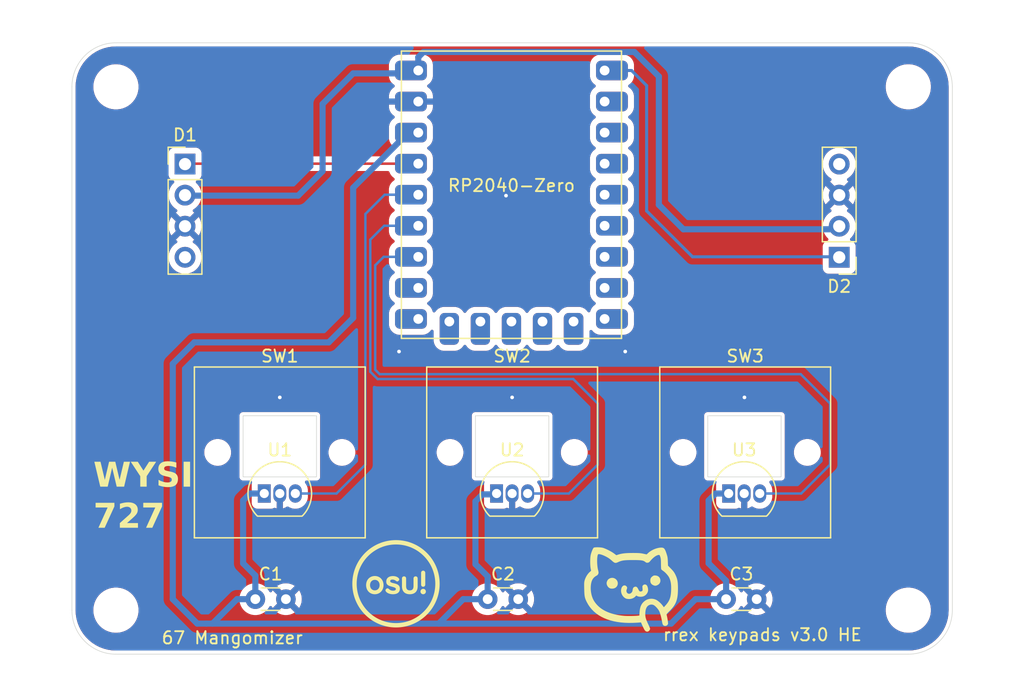
<source format=kicad_pcb>
(kicad_pcb (version 20241229) (generator "pcbnew") (generator_version "9.0")
  (layers (0 "F.Cu" signal) (2 "B.Cu" signal) (13 "F.Paste" user) (15 "B.Paste" user) (5 "F.SilkS" user "F.Silkscreen") (7 "B.SilkS" user "B.Silkscreen") (1 "F.Mask" user) (3 "B.Mask" user) (25 "Edge.Cuts" user))
  (net 0 "")
  (net 1 "Net-(RZ1-3V3)")
  (net 5 "Net-(RZ1-GP28)")
  (net 9 "Net-(RZ1-GP26)")
  (net 14 "Net-(RZ1-GP27)")
  (net 19 "Net-(D1-Pin_3)")
  (net 20 "Net-(D1-Pin_1)")
  (net 21 "Net-(D1-Pin_2)")
  (net 24 "Net-(D2-Pin_1)")
  (footprint "MountingHole:MountingHole_3.2mm_M3" (layer "F.Cu") (at 109.6 78.1)
    (property "Reference" "REF**" (hide yes))
    (property "Value" "MountingHole_3.2mm_M3")
  )
  (footprint "MountingHole:MountingHole_3.2mm_M3" (layer "F.Cu") (at 174.4 120.9)
    (property "Reference" "REF**" (hide yes))
    (property "Value" "MountingHole_3.2mm_M3")
  )
  (footprint "Package_TO_SOT_THT:TO-92_Inline" (layer "F.Cu") (at 140.73 111.36)
    (property "Reference" "U2")
    (property "Value" "A1301xUA")
  )
  (footprint "MountingHole:MountingHole_3.2mm_M3" (layer "F.Cu") (at 174.4 78.1)
    (property "Reference" "REF**" (hide yes))
    (property "Value" "MountingHole_3.2mm_M3")
  )
  (footprint "Button_Switch_Keyboard:SW_Cherry_MX_1.00u_PCB" (layer "F.Cu") (at 125.54 102.92)
    (property "Reference" "SW1")
    (property "Value" "SW_Push")
  )
  (footprint "RP2040-Zero-Kicad:RP2040-Zero" (layer "F.Cu") (at 131.785 99.625)
    (property "Reference" "RZ1")
    (property "Value" "RP2040-Zero")
  )
  (footprint "Capacitor_THT:C_Disc_D3.0mm_W1.6mm_P2.50mm" (layer "F.Cu") (at 140 120)
    (property "Reference" "C2")
    (property "Value" "C")
  )
  (footprint "Connector_PinHeader_2.54mm:PinHeader_1x04_P2.54mm_Vertical" (layer "F.Cu") (at 115.25 84.42)
    (property "Reference" "D1")
    (property "Value" "Conn_01x04")
  )
  (footprint "Package_TO_SOT_THT:TO-92_Inline" (layer "F.Cu") (at 159.71 111.36)
    (property "Reference" "U3")
    (property "Value" "A1301xUA")
  )
  (footprint "Connector_PinHeader_2.54mm:PinHeader_1x04_P2.54mm_Vertical" (layer "F.Cu") (at 168.75 92.04 180)
    (property "Reference" "D2")
    (property "Value" "Conn_01x04")
  )
  (footprint "Capacitor_THT:C_Disc_D3.0mm_W1.6mm_P2.50mm" (layer "F.Cu") (at 159.5 120)
    (property "Reference" "C3")
    (property "Value" "C")
  )
  (footprint "Button_Switch_Keyboard:SW_Cherry_MX_1.00u_PCB" (layer "F.Cu") (at 144.54 102.92)
    (property "Reference" "SW2")
    (property "Value" "SW_Push")
  )
  (footprint "MountingHole:MountingHole_3.2mm_M3" (layer "F.Cu") (at 109.6 120.9)
    (property "Reference" "REF**" (hide yes))
    (property "Value" "MountingHole_3.2mm_M3")
  )
  (footprint "Button_Switch_Keyboard:SW_Cherry_MX_1.00u_PCB" (layer "F.Cu") (at 163.6 102.92)
    (property "Reference" "SW3")
    (property "Value" "SW_Push")
  )
  (footprint "Capacitor_THT:C_Disc_D3.0mm_W1.6mm_P2.50mm" (layer "F.Cu") (at 121 120)
    (property "Reference" "C1")
    (property "Value" "C")
  )
  (footprint "Package_TO_SOT_THT:TO-92_Inline" (layer "F.Cu") (at 121.73 111.36)
    (property "Reference" "U1")
    (property "Value" "A1301xUA")
  )
  (gr_poly (pts (xy 152.864881 118.798761) (xy 152.875119 118.799416) (xy 152.88533 118.800573) (xy 152.895494 118.802233) (xy 152.905592 118.804396) (xy 152.915605 118.807062) (xy 152.925514 118.810232) (xy 152.935299 118.813906) (xy 152.944942 118.818083) (xy 152.954423 118.822764) (xy 152.963722 118.82795) (xy 152.972822 118.83364) (xy 152.981703 118.839835) (xy 152.990344 118.846534) (xy 152.998728 118.853738) (xy 153.006836 118.861448) (xy 153.013828 118.868996) (xy 153.020707 118.877517) (xy 153.034078 118.897263) (xy 153.046853 118.920268) (xy 153.058934 118.946111) (xy 153.070224 118.97437) (xy 153.080627 119.004625) (xy 153.090045 119.036457) (xy 153.098382 119.069444) (xy 153.10554 119.103165) (xy 153.111424 119.137201) (xy 153.115935 119.171131) (xy 153.118978 119.204534) (xy 153.120454 119.23699) (xy 153.120269 119.268078) (xy 153.118323 119.297378) (xy 153.114521 119.324469) (xy 153.105601 119.364188) (xy 153.0939 119.402992) (xy 153.079531 119.440753) (xy 153.062609 119.477344) (xy 153.043249 119.512638) (xy 153.021564 119.546506) (xy 152.997669 119.578822) (xy 152.971679 119.609458) (xy 152.943708 119.638286) (xy 152.913869 119.665179) (xy 152.882278 119.69001) (xy 152.849049 119.71265) (xy 152.814296 119.732972) (xy 152.778133 119.750849) (xy 152.740675 119.766154) (xy 152.702036 119.778758) (xy 152.674389 119.785895) (xy 152.645576 119.791833) (xy 152.615827 119.796585) (xy 152.585371 119.800161) (xy 152.554437 119.802573) (xy 152.523256 119.803831) (xy 152.492056 119.803948) (xy 152.461066 119.802935) (xy 152.430517 119.800802) (xy 152.400638 119.797561) (xy 152.371658 119.793223) (xy 152.343806 119.7878) (xy 152.317313 119.781302) (xy 152.292407 119.773741) (xy 152.269318 119.765128) (xy 152.248275 119.755475) (xy 152.151438 119.705998) (xy 152.078677 119.781933) (xy 152.054258 119.806029) (xy 152.028476 119.828784) (xy 152.001411 119.850167) (xy 151.973138 119.870147) (xy 151.943734 119.888691) (xy 151.913278 119.905768) (xy 151.881846 119.921345) (xy 151.849515 119.935392) (xy 151.816363 119.947875) (xy 151.782466 119.958765) (xy 151.747901 119.968028) (xy 151.712746 119.975633) (xy 151.677078 119.981548) (xy 151.640974 119.985742) (xy 151.604512 119.988182) (xy 151.567767 119.988838) (xy 151.531353 119.987932) (xy 151.494242 119.985712) (xy 151.457471 119.982326) (xy 151.422081 119.977923) (xy 151.389109 119.972652) (xy 151.359594 119.966662) (xy 151.346457 119.963444) (xy 151.334574 119.960101) (xy 151.324075 119.956653) (xy 151.31509 119.953119) (xy 151.287219 119.940079) (xy 151.260127 119.925702) (xy 151.23384 119.910038) (xy 151.208381 119.893139) (xy 151.183774 119.875059) (xy 151.160045 119.85585) (xy 151.137218 119.835562) (xy 151.115317 119.81425) (xy 151.094367 119.791964) (xy 151.074392 119.768757) (xy 151.055416 119.744681) (xy 151.037465 119.719789) (xy 151.020562 119.694132) (xy 151.004733 119.667763) (xy 150.99 119.640733) (xy 150.97639 119.613096) (xy 150.963927 119.584903) (xy 150.952634 119.556206) (xy 150.942536 119.527058) (xy 150.933659 119.497511) (xy 150.926025 119.467616) (xy 150.919661 119.437427) (xy 150.914589 119.406995) (xy 150.910836 119.376372) (xy 150.908424 119.345611) (xy 150.907379 119.314764) (xy 150.907726 119.283883) (xy 150.909488 119.25302) (xy 150.912689 119.222228) (xy 150.917356 119.191558) (xy 150.923511 119.161062) (xy 150.93118 119.130794) (xy 150.93793 119.108473) (xy 150.945407 119.087065) (xy 150.95358 119.066582) (xy 150.962413 119.047041) (xy 150.971874 119.028456) (xy 150.98193 119.010843) (xy 150.992547 118.994217) (xy 151.003692 118.978592) (xy 151.015332 118.963985) (xy 151.027432 118.950409) (xy 151.039961 118.937881) (xy 151.052884 118.926416) (xy 151.066168 118.916027) (xy 151.07978 118.906732) (xy 151.093687 118.898543) (xy 151.107855 118.891478) (xy 151.122251 118.885551) (xy 151.136841 118.880777) (xy 151.151593 118.87717) (xy 151.166473 118.874747) (xy 151.181447 118.873523) (xy 151.196482 118.873512) (xy 151.211545 118.874729) (xy 151.226603 118.877191) (xy 151.241622 118.880911) (xy 151.256569 118.885905) (xy 151.271411 118.892188) (xy 151.286114 118.899775) (xy 151.300645 118.908682) (xy 151.31497 118.918923) (xy 151.329057 118.930513) (xy 151.342871 118.943469) (xy 151.35606 118.957379) (xy 151.362056 118.96426) (xy 151.367654 118.971111) (xy 151.372857 118.977947) (xy 151.377665 118.984783) (xy 151.382081 118.991634) (xy 151.386106 118.998515) (xy 151.38974 119.00544) (xy 151.392986 119.012424) (xy 151.395845 119.019483) (xy 151.398319 119.026631) (xy 151.400408 119.033883) (xy 151.402115 119.041254) (xy 151.403441 119.048759) (xy 151.404387 119.056413) (xy 151.404954 119.06423) (xy 151.405145 119.072226) (xy 151.404961 119.080414) (xy 151.404402 119.088811) (xy 151.403471 119.097432) (xy 151.402169 119.10629) (xy 151.400498 119.1154) (xy 151.398458 119.124779) (xy 151.396052 119.13444) (xy 151.393281 119.144398) (xy 151.386648 119.165267) (xy 151.378572 119.187503) (xy 151.369065 119.211227) (xy 151.362359 119.228784) (xy 151.356905 119.24635) (xy 151.352669 119.26388) (xy 151.349621 119.281329) (xy 151.347726 119.298652) (xy 151.346954 119.315805) (xy 151.347271 119.332742) (xy 151.348646 119.349418) (xy 151.351047 119.365788) (xy 151.354439 119.381808) (xy 151.358793 119.397432) (xy 151.364074 119.412615) (xy 151.370252 119.427312) (xy 151.377293 119.441478) (xy 151.385165 119.455069) (xy 151.393836 119.468038) (xy 151.403274 119.480342) (xy 151.413446 119.491935) (xy 151.424321 119.502772) (xy 151.435864 119.512808) (xy 151.448046 119.521998) (xy 151.460832 119.530298) (xy 151.474191 119.537661) (xy 151.48809 119.544044) (xy 151.502498 119.5494) (xy 151.517381 119.553686) (xy 151.532708 119.556856) (xy 151.548446 119.558865) (xy 151.564562 119.559668) (xy 151.581026 119.55922) (xy 151.597803 119.557476) (xy 151.614863 119.554391) (xy 151.625201 119.551866) (xy 151.63547 119.548864) (xy 151.645656 119.545399) (xy 151.655746 119.541486) (xy 151.665725 119.537139) (xy 151.675582 119.532373) (xy 151.69487 119.521641) (xy 151.713503 119.509405) (xy 151.731372 119.495781) (xy 151.748369 119.480884) (xy 151.764386 119.46483) (xy 151.779314 119.447734) (xy 151.793046 119.429712) (xy 151.805473 119.410879) (xy 151.816488 119.39135) (xy 151.825982 119.371242) (xy 151.830124 119.361007) (xy 151.833846 119.35067) (xy 151.837134 119.340245) (xy 151.839974 119.329748) (xy 151.842353 119.319193) (xy 151.844257 119.308594) (xy 151.856583 119.234773) (xy 151.862509 119.203481) (xy 151.86845 119.175574) (xy 151.874533 119.15078) (xy 151.880887 119.128828) (xy 151.887641 119.109446) (xy 151.894924 119.092363) (xy 151.902865 119.077308) (xy 151.911591 119.064009) (xy 151.921232 119.052196) (xy 151.931916 119.041596) (xy 151.943773 119.031939) (xy 151.95693 119.022953) (xy 151.971516 119.014367) (xy 151.987661 119.00591) (xy 152 119) (xy 152.012163 118.994771) (xy 152.024154 118.990224) (xy 152.035971 118.98636) (xy 152.047618 118.983179) (xy 152.059096 118.980682) (xy 152.070407 118.978871) (xy 152.081551 118.977745) (xy 152.09253 118.977305) (xy 152.103346 118.977553) (xy 152.114 118.978488) (xy 152.124494 118.980112) (xy 152.13483 118.982425) (xy 152.145008 118.985428) (xy 152.15503 118.989122) (xy 152.164898 118.993508) (xy 152.174614 118.998586) (xy 152.184178 119.004356) (xy 152.193593 119.010821) (xy 152.20286 119.017979) (xy 152.211979 119.025833) (xy 152.220954 119.034383) (xy 152.229785 119.043629) (xy 152.238473 119.053573) (xy 152.247021 119.064214) (xy 152.25543 119.075554) (xy 152.263701 119.087594) (xy 152.271836 119.100334) (xy 152.287704 119.127918) (xy 152.303044 119.158311) (xy 152.319436 119.192154) (xy 152.33487 119.222632) (xy 152.349487 119.249876) (xy 152.363427 119.27402) (xy 152.376831 119.295195) (xy 152.389839 119.313534) (xy 152.402591 119.329167) (xy 152.415227 119.342229) (xy 152.421546 119.347836) (xy 152.427889 119.35285) (xy 152.434273 119.357287) (xy 152.440715 119.361164) (xy 152.447234 119.364496) (xy 152.453847 119.367301) (xy 152.460571 119.369595) (xy 152.467425 119.371395) (xy 152.474424 119.372717) (xy 152.481588 119.373577) (xy 152.496478 119.37398) (xy 152.512235 119.372736) (xy 152.528998 119.369977) (xy 152.553427 119.364751) (xy 152.575108 119.359228) (xy 152.584958 119.356277) (xy 152.594169 119.353158) (xy 152.602757 119.34984) (xy 152.610738 119.346293) (xy 152.618129 119.342485) (xy 152.624945 119.338384) (xy 152.631202 119.333961) (xy 152.636917 119.329184) (xy 152.642106 119.324022) (xy 152.646785 119.318444) (xy 152.650969 119.312418) (xy 152.654675 119.305915) (xy 152.65792 119.298902) (xy 152.660718 119.291349) (xy 152.663087 119.283224) (xy 152.665042 119.274497) (xy 152.666599 119.265137) (xy 152.667775 119.255112) (xy 152.668585 119.244391) (xy 152.669046 119.232944) (xy 152.669173 119.220739) (xy 152.668983 119.207745) (xy 152.667717 119.179267) (xy 152.665374 119.147261) (xy 152.662084 119.111479) (xy 152.656937 119.055369) (xy 152.655188 119.031779) (xy 152.654051 119.010805) (xy 152.653573 118.992175) (xy 152.6538 118.975618) (xy 152.654781 118.960862) (xy 152.65656 118.947636) (xy 152.659187 118.935669) (xy 152.662706 118.92469) (xy 152.667166 118.914426) (xy 152.672613 118.904608) (xy 152.679094 118.894964) (xy 152.686656 118.885221) (xy 152.695346 118.87511) (xy 152.705211 118.864358) (xy 152.712981 118.856497) (xy 152.721051 118.849135) (xy 152.729399 118.842272) (xy 152.738009 118.835909) (xy 152.746859 118.830047) (xy 152.755931 118.824684) (xy 152.765205 118.819822) (xy 152.774664 118.81546) (xy 152.784286 118.811599) (xy 152.794054 118.808239) (xy 152.803948 118.80538) (xy 152.813948 118.803022) (xy 152.824036 118.801166) (xy 152.834193 118.799812) (xy 152.844398 118.79896) (xy 152.854634 118.798609)) (fill yes) (layer "F.SilkS"))
  (gr_poly (pts (xy 150.216772 118.257735) (xy 150.252175 118.261705) (xy 150.287181 118.26845) (xy 150.321656 118.277961) (xy 150.355467 118.290229) (xy 150.388479 118.305243) (xy 150.420559 118.322996) (xy 150.451573 118.343477) (xy 150.481388 118.366677) (xy 150.501387 118.384447) (xy 150.52006 118.402996) (xy 150.537408 118.422269) (xy 150.553432 118.442211) (xy 150.568132 118.462769) (xy 150.581511 118.483888) (xy 150.593569 118.505514) (xy 150.604308 118.527593) (xy 150.613727 118.55007) (xy 150.621828 118.572892) (xy 150.628612 118.596003) (xy 150.634081 118.61935) (xy 150.638235 118.642878) (xy 150.641074 118.666534) (xy 150.642602 118.690262) (xy 150.642817 118.714009) (xy 150.641721 118.73772) (xy 150.639316 118.761341) (xy 150.635602 118.784818) (xy 150.63058 118.808097) (xy 150.624252 118.831123) (xy 150.616618 118.853842) (xy 150.607679 118.8762) (xy 150.597437 118.898142) (xy 150.585892 118.919615) (xy 150.573045 118.940563) (xy 150.558898 118.960934) (xy 150.543451 118.980672) (xy 150.526705 118.999723) (xy 150.508663 119.018033) (xy 150.489323 119.035547) (xy 150.468688 119.052212) (xy 150.44559 119.068143) (xy 150.420158 119.082576) (xy 150.392697 119.095474) (xy 150.363516 119.106803) (xy 150.332921 119.116528) (xy 150.301219 119.124613) (xy 150.268717 119.131022) (xy 150.235722 119.135721) (xy 150.202541 119.138675) (xy 150.169481 119.139848) (xy 150.136849 119.139204) (xy 150.104952 119.13671) (xy 150.074096 119.132328) (xy 150.04459 119.126024) (xy 150.016739 119.117764) (xy 149.99085 119.10751) (xy 149.97349 119.099074) (xy 149.956548 119.08972) (xy 149.940043 119.079489) (xy 149.923996 119.068424) (xy 149.908428 119.056568) (xy 149.893358 119.043963) (xy 149.878808 119.030651) (xy 149.864797 119.016676) (xy 149.851347 119.002078) (xy 149.838476 118.986901) (xy 149.826207 118.971188) (xy 149.814559 118.95498) (xy 149.803552 118.93832) (xy 149.793208 118.921251) (xy 149.783546 118.903815) (xy 149.774587 118.886054) (xy 149.766351 118.868011) (xy 149.758858 118.849728) (xy 149.75213 118.831248) (xy 149.746186 118.812614) (xy 149.741047 118.793866) (xy 149.736733 118.775049) (xy 149.733264 118.756205) (xy 149.730662 118.737375) (xy 149.728946 118.718602) (xy 149.728136 118.69993) (xy 149.728254 118.6814) (xy 149.72932 118.663054) (xy 149.731353 118.644935) (xy 149.734375 118.627086) (xy 149.738405 118.609549) (xy 149.743465 118.592367) (xy 149.751979 118.567388) (xy 149.760693 118.543893) (xy 149.769662 118.521805) (xy 149.778944 118.501044) (xy 149.788595 118.481533) (xy 149.798671 118.463193) (xy 149.809229 118.445946) (xy 149.820327 118.429714) (xy 149.832019 118.414418) (xy 149.844363 118.399981) (xy 149.857416 118.386323) (xy 149.871234 118.373366) (xy 149.885874 118.361033) (xy 149.901391 118.349245) (xy 149.917844 118.337923) (xy 149.935288 118.32699) (xy 149.969056 118.308425) (xy 150.003496 118.29271) (xy 150.038475 118.279834) (xy 150.073859 118.26979) (xy 150.109515 118.262567) (xy 150.145308 118.258157) (xy 150.181105 118.256549)) (fill yes) (layer "F.SilkS"))
  (gr_poly (pts (xy 134.735188 117.670794) (xy 134.74435 117.671443) (xy 134.753313 117.672512) (xy 134.762069 117.673996) (xy 134.770613 117.675884) (xy 134.778937 117.678169) (xy 134.787034 117.680842) (xy 134.794897 117.683894) (xy 134.80252 117.687318) (xy 134.809896 117.691104) (xy 134.817018 117.695245) (xy 134.823878 117.699731) (xy 134.830471 117.704555) (xy 134.836789 117.709708) (xy 134.842826 117.715182) (xy 134.848574 117.720968) (xy 134.854027 117.727057) (xy 134.859178 117.733442) (xy 134.86402 117.740113) (xy 134.868546 117.747063) (xy 134.872749 117.754283) (xy 134.876623 117.761765) (xy 134.88016 117.769499) (xy 134.883354 117.777478) (xy 134.886198 117.785694) (xy 134.888685 117.794137) (xy 134.890809 117.802799) (xy 134.892561 117.811673) (xy 134.893936 117.820748) (xy 134.894927 117.830018) (xy 134.895526 117.839474) (xy 134.895728 117.849107) (xy 134.895728 118.807981) (xy 134.895526 118.817613) (xy 134.894927 118.827069) (xy 134.893936 118.836339) (xy 134.892561 118.845415) (xy 134.890809 118.854288) (xy 134.888685 118.86295) (xy 134.886198 118.871394) (xy 134.883354 118.879609) (xy 134.88016 118.887588) (xy 134.876623 118.895323) (xy 134.872749 118.902804) (xy 134.868546 118.910024) (xy 134.86402 118.916974) (xy 134.859178 118.923645) (xy 134.854027 118.93003) (xy 134.848574 118.936119) (xy 134.842826 118.941905) (xy 134.836789 118.947379) (xy 134.830471 118.952532) (xy 134.823878 118.957356) (xy 134.817018 118.961842) (xy 134.809896 118.965983) (xy 134.80252 118.969769) (xy 134.794897 118.973193) (xy 134.787034 118.976245) (xy 134.778937 118.978918) (xy 134.770613 118.981203) (xy 134.762069 118.983091) (xy 134.753313 118.984574) (xy 134.74435 118.985644) (xy 134.735188 118.986292) (xy 134.725834 118.98651) (xy 134.716227 118.986292) (xy 134.706844 118.985644) (xy 134.697691 118.984574) (xy 134.688773 118.983091) (xy 134.680096 118.981203) (xy 134.671664 118.978918) (xy 134.663484 118.976245) (xy 134.655559 118.973193) (xy 134.647896 118.969769) (xy 134.6405 118.965983) (xy 134.633376 118.961842) (xy 134.626529 118.957356) (xy 134.619964 118.952532) (xy 134.613688 118.947379) (xy 134.607704 118.941905) (xy 134.60202 118.936119) (xy 134.596638 118.93003) (xy 134.591566 118.923645) (xy 134.586808 118.916974) (xy 134.582369 118.910024) (xy 134.578255 118.902804) (xy 134.574472 118.895323) (xy 134.571023 118.887588) (xy 134.567915 118.879609) (xy 134.565153 118.871394) (xy 134.562743 118.86295) (xy 134.560688 118.854288) (xy 134.558995 118.845415) (xy 134.55767 118.836339) (xy 134.556716 118.827069) (xy 134.55614 118.817613) (xy 134.555947 118.807981) (xy 134.555947 117.849107) (xy 134.55614 117.839474) (xy 134.556716 117.830018) (xy 134.55767 117.820748) (xy 134.558995 117.811673) (xy 134.560688 117.802799) (xy 134.562743 117.794137) (xy 134.565153 117.785694) (xy 134.567915 117.777478) (xy 134.571023 117.769499) (xy 134.574472 117.761765) (xy 134.578255 117.754283) (xy 134.582369 117.747063) (xy 134.586808 117.740113) (xy 134.591566 117.733442) (xy 134.596638 117.727057) (xy 134.60202 117.720968) (xy 134.607704 117.715182) (xy 134.613688 117.709708) (xy 134.619964 117.704555) (xy 134.626529 117.699731) (xy 134.633376 117.695245) (xy 134.6405 117.691104) (xy 134.647896 117.687318) (xy 134.655559 117.683894) (xy 134.663484 117.680842) (xy 134.671664 117.678169) (xy 134.680096 117.675884) (xy 134.688773 117.673996) (xy 134.697691 117.672512) (xy 134.706844 117.671443) (xy 134.716227 117.670794) (xy 134.725834 117.670576)) (fill yes) (layer "F.SilkS"))
  (gr_poly (pts (xy 148.989237 115.75686) (xy 149.046097 115.758014) (xy 149.103581 115.760301) (xy 149.160703 115.763714) (xy 149.216477 115.768242) (xy 149.269918 115.773874) (xy 149.32004 115.780603) (xy 149.365858 115.788418) (xy 149.406386 115.797308) (xy 149.451078 115.809951) (xy 149.501106 115.82659) (xy 149.55571 115.846843) (xy 149.614129 115.870329) (xy 149.739375 115.925473) (xy 149.870763 115.988966) (xy 150.002213 116.057755) (xy 150.127644 116.128786) (xy 150.186203 116.164188) (xy 150.240977 116.199004) (xy 150.291207 116.232855) (xy 150.336132 116.265356) (xy 150.52134 116.405056) (xy 150.666861 116.357961) (xy 150.725431 116.339783) (xy 150.784432 116.323123) (xy 150.844274 116.307933) (xy 150.905362 116.294167) (xy 150.968104 116.281779) (xy 151.032908 116.270724) (xy 151.100181 116.260954) (xy 151.17033 116.252425) (xy 151.243762 116.245089) (xy 151.320885 116.238901) (xy 151.402107 116.233814) (xy 151.487834 116.229782) (xy 151.674434 116.224701) (xy 151.883944 116.223288) (xy 152.049324 116.224032) (xy 152.186718 116.225921) (xy 152.301528 116.229329) (xy 152.399154 116.234632) (xy 152.484998 116.242204) (xy 152.564461 116.252421) (xy 152.642944 116.265658) (xy 152.725848 116.28229) (xy 152.999163 116.340498) (xy 153.140186 116.211646) (xy 153.192647 116.166326) (xy 153.248936 116.122658) (xy 153.30862 116.080816) (xy 153.371266 116.040977) (xy 153.436443 116.003317) (xy 153.503717 115.96801) (xy 153.572656 115.935232) (xy 153.642828 115.905159) (xy 153.713799 115.877967) (xy 153.785138 115.853831) (xy 153.856412 115.832926) (xy 153.927189 115.815428) (xy 153.997035 115.801513) (xy 154.065518 115.791357) (xy 154.132206 115.785134) (xy 154.196667 115.783021) (xy 154.236704 115.784006) (xy 154.255481 115.785304) (xy 154.273482 115.787196) (xy 154.290746 115.789727) (xy 154.307312 115.79294) (xy 154.32322 115.796879) (xy 154.338508 115.801587) (xy 154.353216 115.80711) (xy 154.367382 115.813489) (xy 154.381045 115.82077) (xy 154.394245 115.828995) (xy 154.407021 115.838209) (xy 154.419411 115.848455) (xy 154.431455 115.859777) (xy 154.443192 115.872219) (xy 154.454661 115.885824) (xy 154.4659 115.900636) (xy 154.47695 115.9167) (xy 154.487848 115.934058) (xy 154.498634 115.952755) (xy 154.509347 115.972834) (xy 154.520027 115.994339) (xy 154.530711 116.017314) (xy 154.552252 116.067847) (xy 154.574282 116.124785) (xy 154.597113 116.188476) (xy 154.621059 116.259271) (xy 154.651211 116.352688) (xy 154.675 116.43223) (xy 154.684792 116.46843) (xy 154.693333 116.503121) (xy 154.700736 116.536955) (xy 154.707114 116.570586) (xy 154.712581 116.604667) (xy 154.717249 116.63985) (xy 154.721232 116.676788) (xy 154.724643 116.716136) (xy 154.730201 116.80467) (xy 154.73483 116.910675) (xy 154.748058 117.257808) (xy 154.990152 117.505988) (xy 155.056713 117.575453) (xy 155.113762 117.6378) (xy 155.139204 117.666954) (xy 155.162849 117.695111) (xy 155.184891 117.722529) (xy 155.205523 117.74947) (xy 155.22494 117.776194) (xy 155.243336 117.802962) (xy 155.260904 117.830033) (xy 155.277837 117.857668) (xy 155.29433 117.886129) (xy 155.310577 117.915674) (xy 155.326771 117.946565) (xy 155.343106 117.979062) (xy 155.373943 118.043348) (xy 155.40194 118.105649) (xy 155.427218 118.166586) (xy 155.449895 118.226779) (xy 155.470089 118.286847) (xy 155.487921 118.347412) (xy 155.503508 118.409093) (xy 155.516971 118.47251) (xy 155.528427 118.538284) (xy 155.537996 118.607034) (xy 155.545797 118.679381) (xy 155.551949 118.755945) (xy 155.556571 118.837346) (xy 155.559782 118.924204) (xy 155.561701 119.017139) (xy 155.562446 119.116771) (xy 155.561023 119.281704) (xy 155.555735 119.435706) (xy 155.546248 119.579693) (xy 155.532225 119.714584) (xy 155.513332 119.841298) (xy 155.489232 119.960752) (xy 155.459589 120.073864) (xy 155.424069 120.181553) (xy 155.382335 120.284737) (xy 155.334052 120.384334) (xy 155.278884 120.481262) (xy 155.216495 120.57644) (xy 155.146551 120.670785) (xy 155.068714 120.765215) (xy 154.98265 120.86065) (xy 154.888023 120.958006) (xy 154.804349 121.041674) (xy 154.740473 121.107149) (xy 154.715223 121.13409) (xy 154.69404 121.157715) (xy 154.676629 121.178435) (xy 154.662697 121.19666) (xy 154.65195 121.212802) (xy 154.644092 121.227271) (xy 154.638831 121.240479) (xy 154.635871 121.252835) (xy 154.634919 121.26475) (xy 154.63568 121.276637) (xy 154.637861 121.288905) (xy 154.641167 121.301964) (xy 154.66134 121.384102) (xy 154.682297 121.484853) (xy 154.70274 121.595867) (xy 154.721369 121.708794) (xy 154.736885 121.815284) (xy 154.747988 121.906988) (xy 154.753381 121.975555) (xy 154.75353 121.998553) (xy 154.751763 122.012635) (xy 154.748577 122.022537) (xy 154.745074 122.032197) (xy 154.741262 122.04161) (xy 154.737145 122.050771) (xy 154.732732 122.059677) (xy 154.728027 122.068321) (xy 154.723037 122.0767) (xy 154.717768 122.084809) (xy 154.712227 122.092642) (xy 154.70642 122.100195) (xy 154.700353 122.107464) (xy 154.694032 122.114443) (xy 154.687463 122.121128) (xy 154.680654 122.127514) (xy 154.673609 122.133596) (xy 154.666336 122.13937) (xy 154.65884 122.144831) (xy 154.651128 122.149974) (xy 154.643206 122.154795) (xy 154.63508 122.159288) (xy 154.626757 122.163448) (xy 154.618242 122.167272) (xy 154.609543 122.170754) (xy 154.600665 122.17389) (xy 154.591614 122.176675) (xy 154.582398 122.179104) (xy 154.573021 122.181172) (xy 154.56349 122.182875) (xy 154.553812 122.184207) (xy 154.543993 122.185165) (xy 154.534039 122.185743) (xy 154.523956 122.185937) (xy 154.509709 122.185701) (xy 154.495979 122.184984) (xy 154.482757 122.18377) (xy 154.470028 122.182046) (xy 154.457783 122.179795) (xy 154.446008 122.177004) (xy 154.434692 122.173657) (xy 154.423824 122.16974) (xy 154.413391 122.165237) (xy 154.403381 122.160134) (xy 154.393782 122.154417) (xy 154.384583 122.14807) (xy 154.375772 122.141078) (xy 154.367337 122.133427) (xy 154.359266 122.125101) (xy 154.351547 122.116087) (xy 154.344169 122.106369) (xy 154.337118 122.095932) (xy 154.330385 122.084762) (xy 154.323956 122.072843) (xy 154.317819 122.060162) (xy 154.311964 122.046702) (xy 154.306378 122.032449) (xy 154.301049 122.017389) (xy 154.295965 122.001507) (xy 154.291115 121.984787) (xy 154.282068 121.948777) (xy 154.273812 121.909239) (xy 154.266252 121.866056) (xy 154.2434 121.736264) (xy 154.217036 121.606186) (xy 154.187936 121.478712) (xy 154.15688 121.356733) (xy 154.124646 121.243138) (xy 154.092012 121.140817) (xy 154.059756 121.052659) (xy 154.044013 121.014794) (xy 154.028656 120.981554) (xy 154.01004 120.946389) (xy 153.9881 120.909649) (xy 153.963244 120.871773) (xy 153.935883 120.833201) (xy 153.906423 120.794374) (xy 153.875275 120.755731) (xy 153.842847 120.717711) (xy 153.809548 120.680756) (xy 153.775787 120.645304) (xy 153.741974 120.611796) (xy 153.708516 120.580672) (xy 153.675822 120.552371) (xy 153.644302 120.527333) (xy 153.614365 120.505999) (xy 153.586419 120.488808) (xy 153.560873 120.4762) (xy 153.535935 120.4666) (xy 153.510936 120.458538) (xy 153.485893 120.452013) (xy 153.46082 120.447025) (xy 153.435731 120.443573) (xy 153.410641 120.441658) (xy 153.385565 120.441277) (xy 153.360518 120.442432) (xy 153.335514 120.445122) (xy 153.310568 120.449346) (xy 153.285695 120.455104) (xy 153.26091 120.462396) (xy 153.236227 120.471221) (xy 153.211661 120.481579) (xy 153.187227 120.493469) (xy 153.16294 120.506891) (xy 153.146 120.517382) (xy 153.129608 120.528663) (xy 153.113763 120.540737) (xy 153.098465 120.553605) (xy 153.083714 120.567269) (xy 153.069507 120.581731) (xy 153.055846 120.596993) (xy 153.042728 120.613056) (xy 153.030154 120.629922) (xy 153.018123 120.647592) (xy 153.006633 120.66607) (xy 152.995685 120.685355) (xy 152.985278 120.705451) (xy 152.97541 120.726358) (xy 152.966082 120.748079) (xy 152.957293 120.770615) (xy 152.949041 120.793968) (xy 152.941327 120.81814) (xy 152.934149 120.843132) (xy 152.927507 120.868947) (xy 152.915829 120.92305) (xy 152.906286 120.980463) (xy 152.898873 121.041199) (xy 152.893585 121.105274) (xy 152.890416 121.1727) (xy 152.889361 121.243492) (xy 152.890051 121.286969) (xy 152.892199 121.329754) (xy 152.895927 121.372242) (xy 152.901354 121.414826) (xy 152.908599 121.4579) (xy 152.917782 121.501857) (xy 152.929024 121.547092) (xy 152.942443 121.593998) (xy 152.95816 121.642969) (xy 152.976293 121.694399) (xy 152.996965 121.748682) (xy 153.020292 121.806211) (xy 153.046397 121.867379) (xy 153.075398 121.932582) (xy 153.142567 122.076664) (xy 153.171454 122.137924) (xy 153.19839 122.196554) (xy 153.22279 122.251166) (xy 153.244068 122.30037) (xy 153.261637 122.342778) (xy 153.274912 122.377) (xy 153.283307 122.401648) (xy 153.285492 122.409947) (xy 153.286236 122.415331) (xy 153.286017 122.422144) (xy 153.285372 122.429174) (xy 153.28286 122.443794) (xy 153.27882 122.459013) (xy 153.27337 122.474656) (xy 153.266631 122.490543) (xy 153.258721 122.506497) (xy 153.24976 122.522342) (xy 153.239867 122.537899) (xy 153.229162 122.552991) (xy 153.217764 122.56744) (xy 153.205793 122.58107) (xy 153.193367 122.593701) (xy 153.180606 122.605158) (xy 153.16763 122.615262) (xy 153.154558 122.623835) (xy 153.148023 122.627493) (xy 153.141509 122.630702) (xy 153.12712 122.637083) (xy 153.113726 122.642638) (xy 153.101187 122.647371) (xy 153.089361 122.651285) (xy 153.078109 122.654386) (xy 153.06729 122.656677) (xy 153.056764 122.658162) (xy 153.046391 122.658847) (xy 153.03603 122.658734) (xy 153.025541 122.657829) (xy 153.014785 122.656136) (xy 153.003619 122.653658) (xy 152.991905 122.650401) (xy 152.979502 122.646368) (xy 152.966269 122.641564) (xy 152.952067 122.635993) (xy 152.946061 122.633301) (xy 152.939689 122.629922) (xy 152.933008 122.625905) (xy 152.926072 122.621301) (xy 152.918937 122.616161) (xy 152.91166 122.610535) (xy 152.904296 122.604473) (xy 152.896901 122.598026) (xy 152.889531 122.591244) (xy 152.882242 122.584178) (xy 152.875089 122.576877) (xy 152.868128 122.569393) (xy 152.861415 122.561775) (xy 152.855006 122.554075) (xy 152.848957 122.546342) (xy 152.843323 122.538626) (xy 152.832688 122.522316) (xy 152.820004 122.501026) (xy 152.789526 122.445638) (xy 152.753957 122.376725) (xy 152.715364 122.29855) (xy 152.675817 122.215378) (xy 152.637382 122.13147) (xy 152.602129 122.051091) (xy 152.572125 121.978504) (xy 152.566391 121.964409) (xy 152.561012 121.951936) (xy 152.555869 121.941011) (xy 152.550839 121.931557) (xy 152.548328 121.927358) (xy 152.545801 121.923498) (xy 152.543241 121.919969) (xy 152.540634 121.916759) (xy 152.537964 121.91386) (xy 152.535217 121.911263) (xy 152.532377 121.908957) (xy 152.529428 121.906934) (xy 152.526356 121.905184) (xy 152.523146 121.903697) (xy 152.519783 121.902464) (xy 152.51625 121.901475) (xy 152.512534 121.900721) (xy 152.508618 121.900193) (xy 152.504489 121.89988) (xy 152.50013 121.899774) (xy 152.495526 121.899865) (xy 152.490663 121.900143) (xy 152.480096 121.901223) (xy 152.468309 121.902939) (xy 152.455179 121.905215) (xy 152.428767 121.908566) (xy 152.384825 121.912379) (xy 152.32569 121.916521) (xy 152.253699 121.920858) (xy 152.080505 121.929585) (xy 151.883944 121.937493) (xy 151.542519 121.942056) (xy 151.213507 121.931142) (xy 150.897257 121.904909) (xy 150.594121 121.863513) (xy 150.304449 121.807113) (xy 150.028592 121.735864) (xy 149.766901 121.649924) (xy 149.519727 121.549449) (xy 149.28742 121.434597) (xy 149.07033 121.305525) (xy 148.86881 121.162389) (xy 148.683209 121.005346) (xy 148.513879 120.834554) (xy 148.36117 120.650169) (xy 148.225432 120.452349) (xy 148.107017 120.24125) (xy 148.076258 120.179101) (xy 148.04874 120.120879) (xy 148.024269 120.065593) (xy 148.002651 120.012253) (xy 147.983692 119.959868) (xy 147.967198 119.907447) (xy 147.952974 119.854) (xy 147.940826 119.798536) (xy 147.93056 119.740064) (xy 147.921982 119.677594) (xy 147.914898 119.610136) (xy 147.909113 119.536697) (xy 147.904434 119.456289) (xy 147.900665 119.36792) (xy 147.895086 119.163337) (xy 147.894159 119.115223) (xy 148.428964 119.115223) (xy 148.431694 119.205319) (xy 148.437897 119.295097) (xy 148.447509 119.38425) (xy 148.460467 119.472471) (xy 148.476706 119.559452) (xy 148.496164 119.644885) (xy 148.518777 119.728464) (xy 148.544481 119.809881) (xy 148.573213 119.888829) (xy 148.604909 119.965) (xy 148.639506 120.038088) (xy 148.676939 120.107784) (xy 148.717146 120.173781) (xy 148.760137 120.237535) (xy 148.805272 120.299567) (xy 148.852552 120.359878) (xy 148.901982 120.418468) (xy 148.953562 120.475339) (xy 149.007297 120.530493) (xy 149.063189 120.58393) (xy 149.12124 120.635653) (xy 149.181452 120.685661) (xy 149.243829 120.733957) (xy 149.308374 120.780541) (xy 149.375088 120.825416) (xy 149.443974 120.868581) (xy 149.515035 120.910039) (xy 149.588274 120.949791) (xy 149.663693 120.987838) (xy 149.821082 121.058821) (xy 149.987224 121.123) (xy 150.162138 121.180383) (xy 150.345847 121.230982) (xy 150.53837 121.274805) (xy 150.73973 121.311865) (xy 150.949946 121.342169) (xy 151.16904 121.365729) (xy 151.282448 121.372728) (xy 151.427265 121.376775) (xy 151.591963 121.378045) (xy 151.765014 121.376709) (xy 151.93489 121.372943) (xy 152.090063 121.36692) (xy 152.219005 121.358813) (xy 152.310188 121.348796) (xy 152.405438 121.333714) (xy 152.421048 121.078656) (xy 152.427467 120.994961) (xy 152.436169 120.915586) (xy 152.447249 120.840323) (xy 152.460802 120.768965) (xy 152.476922 120.701305) (xy 152.495704 120.637134) (xy 152.517243 120.576246) (xy 152.541632 120.518434) (xy 152.568967 120.46349) (xy 152.599342 120.411206) (xy 152.632852 120.361375) (xy 152.669591 120.313791) (xy 152.709654 120.268245) (xy 152.753135 120.224531) (xy 152.80013 120.18244) (xy 152.850731 120.141767) (xy 152.899617 120.107246) (xy 152.95076 120.076427) (xy 153.003913 120.049337) (xy 153.058826 120.025999) (xy 153.115253 120.006439) (xy 153.172944 119.990683) (xy 153.231653 119.978755) (xy 153.291131 119.97068) (xy 153.351129 119.966485) (xy 153.4114 119.966193) (xy 153.471696 119.969831) (xy 153.531769 119.977423) (xy 153.591371 119.988995) (xy 153.650253 120.004571) (xy 153.708167 120.024178) (xy 153.764867 120.04784) (xy 153.796669 120.063583) (xy 153.829903 120.082196) (xy 153.864323 120.103465) (xy 153.899689 120.127177) (xy 153.935754 120.153121) (xy 153.972277 120.181082) (xy 154.009014 120.210849) (xy 154.045722 120.242209) (xy 154.082157 120.274948) (xy 154.118075 120.308854) (xy 154.153234 120.343715) (xy 154.18739 120.379317) (xy 154.220299 120.415447) (xy 154.251719 120.451894) (xy 154.281405 120.488443) (xy 154.309115 120.524883) (xy 154.408069 120.659556) (xy 154.538508 120.517475) (xy 154.603842 120.443971) (xy 154.663275 120.371615) (xy 154.717041 120.299691) (xy 154.765372 120.227487) (xy 154.808499 120.15429) (xy 154.846657 120.079385) (xy 154.880076 120.00206) (xy 154.908991 119.9216) (xy 154.933633 119.837293) (xy 154.954235 119.748424) (xy 154.971029 119.65428) (xy 154.984249 119.554148) (xy 154.994126 119.447314) (xy 155.000893 119.333064) (xy 155.004782 119.210686) (xy 155.006027 119.079465) (xy 155.005407 119.01298) (xy 155.003536 118.948607) (xy 155.000397 118.886261) (xy 154.995973 118.825857) (xy 154.990247 118.767313) (xy 154.983201 118.710543) (xy 154.974819 118.655464) (xy 154.965083 118.601991) (xy 154.953977 118.55004) (xy 154.941484 118.499528) (xy 154.927585 118.45037) (xy 154.912266 118.402483) (xy 154.895507 118.355781) (xy 154.877293 118.310181) (xy 154.857606 118.265599) (xy 154.83643 118.22195) (xy 154.819206 118.190242) (xy 154.798792 118.156755) (xy 154.775487 118.121817) (xy 154.749592 118.085756) (xy 154.721408 118.048901) (xy 154.691234 118.011581) (xy 154.659371 117.974125) (xy 154.626119 117.936861) (xy 154.591779 117.900118) (xy 154.556651 117.864225) (xy 154.521035 117.82951) (xy 154.485232 117.796302) (xy 154.449543 117.764929) (xy 154.414266 117.73572) (xy 154.379704 117.709005) (xy 154.346156 117.685111) (xy 154.319261 117.666236) (xy 154.293368 117.647072) (xy 154.269105 117.628151) (xy 154.247103 117.610002) (xy 154.22799 117.593155) (xy 154.219715 117.585385) (xy 154.212397 117.57814) (xy 154.206117 117.571486) (xy 154.200952 117.565488) (xy 154.196982 117.560214) (xy 154.194286 117.555729) (xy 154.192219 117.549582) (xy 154.190194 117.53943) (xy 154.188221 117.525504) (xy 154.186311 117.508034) (xy 154.182719 117.463386) (xy 154.179502 117.407331) (xy 154.176744 117.341714) (xy 154.174528 117.268379) (xy 154.172939 117.189172) (xy 154.17206 117.105938) (xy 154.171019 116.98999) (xy 154.168885 116.89308) (xy 154.165363 116.812095) (xy 154.160154 116.743921) (xy 154.152961 116.685446) (xy 154.143486 116.633557) (xy 154.131431 116.58514) (xy 154.116499 116.537083) (xy 154.100102 116.4895) (xy 154.092819 116.46975) (xy 154.085984 116.452487) (xy 154.079477 116.437558) (xy 154.073175 116.424807) (xy 154.066958 116.41408) (xy 154.060704 116.405222) (xy 154.054292 116.398079) (xy 154.050989 116.395102) (xy 154.0476 116.392495) (xy 154.044112 116.39024) (xy 154.040508 116.388318) (xy 154.036774 116.386707) (xy 154.032894 116.38539) (xy 154.024636 116.383559) (xy 154.015614 116.38267) (xy 154.005706 116.382567) (xy 153.99479 116.383096) (xy 153.976854 116.384786) (xy 153.958526 116.387466) (xy 153.920756 116.39576) (xy 153.881595 116.407893) (xy 153.841162 116.423784) (xy 153.799574 116.443349) (xy 153.756949 116.466505) (xy 153.713403 116.493169) (xy 153.669055 116.523259) (xy 153.624021 116.556691) (xy 153.57842 116.593383) (xy 153.532368 116.633251) (xy 153.485984 116.676213) (xy 153.439384 116.722185) (xy 153.392686 116.771086) (xy 153.346007 116.822831) (xy 153.299465 116.877338) (xy 153.28378 116.895888) (xy 153.269078 116.912708) (xy 153.255218 116.927889) (xy 153.242059 116.941524) (xy 153.229461 116.953704) (xy 153.217284 116.964523) (xy 153.205388 116.974072) (xy 153.193632 116.982443) (xy 153.181876 116.98973) (xy 153.169979 116.996023) (xy 153.157802 117.001415) (xy 153.145205 117.005999) (xy 153.132046 117.009867) (xy 153.118185 117.013111) (xy 153.103483 117.015823) (xy 153.087798 117.018096) (xy 153.071676 117.019966) (xy 153.056737 117.021275) (xy 153.042819 117.02197) (xy 153.029759 117.021998) (xy 153.017396 117.021308) (xy 153.005566 117.019845) (xy 152.994107 117.017557) (xy 152.982858 117.014392) (xy 152.971655 117.010296) (xy 152.960336 117.005218) (xy 152.948738 116.999104) (xy 152.9367 116.991902) (xy 152.924059 116.983559) (xy 152.910653 116.974022) (xy 152.896318 116.963239) (xy 152.880894 116.951156) (xy 152.851093 116.928767) (xy 152.820402 116.90865) (xy 152.804478 116.899408) (xy 152.788036 116.890692) (xy 152.770978 116.882487) (xy 152.753208 116.874779) (xy 152.734625 116.867553) (xy 152.715133 116.860795) (xy 152.694634 116.854492) (xy 152.673028 116.848628) (xy 152.650218 116.843189) (xy 152.626105 116.838162) (xy 152.573581 116.829283) (xy 152.514669 116.821876) (xy 152.448585 116.815829) (xy 152.374543 116.811025) (xy 152.291758 116.807351) (xy 152.199445 116.804693) (xy 152.096819 116.802935) (xy 151.983094 116.801965) (xy 151.857486 116.801667) (xy 151.620456 116.803189) (xy 151.422391 116.808438) (xy 151.256243 116.818438) (xy 151.182936 116.825538) (xy 151.114966 116.83421) (xy 151.051451 116.844581) (xy 150.99151 116.85678) (xy 150.934263 116.870933) (xy 150.878829 116.887168) (xy 150.824327 116.905615) (xy 150.769875 116.9264) (xy 150.6576 116.975498) (xy 150.620365 116.99232) (xy 150.585888 117.006413) (xy 150.553777 117.017691) (xy 150.538485 117.022247) (xy 150.523639 117.026067) (xy 150.509187 117.029139) (xy 150.495082 117.031453) (xy 150.481274 117.032999) (xy 150.467714 117.033764) (xy 150.454354 117.033739) (xy 150.441144 117.032913) (xy 150.428034 117.031274) (xy 150.414977 117.028812) (xy 150.401924 117.025515) (xy 150.388824 117.021374) (xy 150.375629 117.016377) (xy 150.36229 117.010514) (xy 150.348758 117.003773) (xy 150.334985 116.996144) (xy 150.32092 116.987615) (xy 150.306515 116.978177) (xy 150.276488 116.956526) (xy 150.244513 116.931106) (xy 150.210197 116.901828) (xy 150.173148 116.868606) (xy 150.101237 116.804549) (xy 150.06669 116.775188) (xy 150.032733 116.747369) (xy 149.999103 116.720918) (xy 149.965538 116.695659) (xy 149.931775 116.671415) (xy 149.897552 116.64801) (xy 149.862606 116.625269) (xy 149.826676 116.603015) (xy 149.789498 116.581073) (xy 149.750811 116.559267) (xy 149.710352 116.53742) (xy 149.667859 116.515358) (xy 149.575719 116.469879) (xy 149.525417 116.446418) (xy 149.47599 116.424696) (xy 149.427707 116.404776) (xy 149.380837 116.386722) (xy 149.335647 116.370598) (xy 149.292406 116.356468) (xy 149.251382 116.344396) (xy 149.212843 116.334446) (xy 149.177058 116.326682) (xy 149.144293 116.321167) (xy 149.114819 116.317967) (xy 149.088903 116.317144) (xy 149.066812 116.318763) (xy 149.048816 116.322888) (xy 149.041437 116.32591) (xy 149.035183 116.329583) (xy 149.030086 116.333913) (xy 149.02618 116.338911) (xy 149.017214 116.355418) (xy 149.008823 116.374879) (xy 148.993762 116.422068) (xy 148.980999 116.479296) (xy 148.970535 116.545381) (xy 148.962371 116.619141) (xy 148.95651 116.699395) (xy 148.952952 116.784962) (xy 148.951699 116.874659) (xy 148.952754 116.967304) (xy 148.956117 117.061716) (xy 148.96179 117.156714) (xy 148.969774 117.251115) (xy 148.980071 117.343738) (xy 148.992683 117.433401) (xy 149.007611 117.518923) (xy 149.024857 117.599121) (xy 149.042234 117.673462) (xy 149.054986 117.732731) (xy 149.059678 117.757624) (xy 149.063273 117.77984) (xy 149.065793 117.799744) (xy 149.067256 117.8177) (xy 149.067684 117.834071) (xy 149.067097 117.849222) (xy 149.065514 117.863516) (xy 149.062957 117.877318) (xy 149.059444 117.890991) (xy 149.054996 117.904899) (xy 149.043378 117.934877) (xy 149.038571 117.94555) (xy 149.033199 117.956114) (xy 149.027295 117.966536) (xy 149.020888 117.976781) (xy 149.01401 117.986815) (xy 149.006691 117.996604) (xy 148.998964 118.006114) (xy 148.990858 118.01531) (xy 148.982405 118.02416) (xy 148.973635 118.032628) (xy 148.96458 118.040681) (xy 148.955271 118.048284) (xy 148.945739 118.055404) (xy 148.936015 118.062005) (xy 148.926129 118.068055) (xy 148.916113 118.073519) (xy 148.863707 118.102229) (xy 148.838778 118.117341) (xy 148.814687 118.132978) (xy 148.791423 118.149155) (xy 148.768978 118.165888) (xy 148.747342 118.183191) (xy 148.726506 118.201081) (xy 148.706461 118.219572) (xy 148.687197 118.238681) (xy 148.668705 118.258421) (xy 148.650976 118.278809) (xy 148.634 118.299859) (xy 148.617768 118.321588) (xy 148.602272 118.344009) (xy 148.587501 118.36714) (xy 148.573446 118.390995) (xy 148.560098 118.415589) (xy 148.547447 118.440937) (xy 148.535485 118.467055) (xy 148.524202 118.493959) (xy 148.513589 118.521663) (xy 148.503636 118.550183) (xy 148.494334 118.579534) (xy 148.477647 118.640791) (xy 148.463452 118.705557) (xy 148.451676 118.773953) (xy 148.442244 118.846102) (xy 148.434175 118.935307) (xy 148.42977 119.025117) (xy 148.428964 119.115223) (xy 147.894159 119.115223) (xy 147.891849 118.995402) (xy 147.890328 118.861903) (xy 147.890896 118.756618) (xy 147.893928 118.673329) (xy 147.899801 118.605816) (xy 147.90889 118.547859) (xy 147.921569 118.493238) (xy 147.938213 118.435733) (xy 147.952769 118.39097) (xy 147.969085 118.346086) (xy 147.987059 118.301246) (xy 148.006591 118.256615) (xy 148.027581 118.212357) (xy 148.049927 118.168638) (xy 148.073529 118.125622) (xy 148.098286 118.083474) (xy 148.124097 118.042358) (xy 148.150862 118.002439) (xy 148.178479 117.963883) (xy 148.206848 117.926853) (xy 148.235868 117.891514) (xy 148.265439 117.858032) (xy 148.295459 117.82657) (xy 148.325828 117.797294) (xy 148.458913 117.674792) (xy 148.423988 117.502813) (xy 148.414199 117.447376) (xy 148.405765 117.3854) (xy 148.398683 117.317863) (xy 148.392949 117.245741) (xy 148.385516 117.091652) (xy 148.383441 116.930949) (xy 148.386698 116.771449) (xy 148.395264 116.620969) (xy 148.40153 116.551554) (xy 148.409113 116.487325) (xy 148.418012 116.429259) (xy 148.428221 116.378333) (xy 148.439295 116.332896) (xy 148.451851 116.286482) (xy 148.480634 116.19255) (xy 148.513025 116.100188) (xy 148.547482 116.013043) (xy 148.58246 115.934766) (xy 148.599662 115.900094) (xy 148.616415 115.869006) (xy 148.632526 115.841961) (xy 148.647802 115.819413) (xy 148.66205 115.801819) (xy 148.675078 115.789635) (xy 148.682147 115.785348) (xy 148.691467 115.781365) (xy 148.716366 115.774306) (xy 148.748786 115.768449) (xy 148.787745 115.763785) (xy 148.832254 115.760304) (xy 148.88133 115.757996) (xy 148.933986 115.756851)) (fill yes) (layer "F.SilkS"))
  (gr_poly (pts (xy 134.737364 119.156682) (xy 134.74873 119.157526) (xy 134.759917 119.158917) (xy 134.770912 119.16084) (xy 134.781703 119.163282) (xy 134.792277 119.16623) (xy 134.802619 119.169668) (xy 134.812717 119.173585) (xy 134.822558 119.177965) (xy 134.832128 119.182796) (xy 134.841415 119.188063) (xy 134.850404 119.193754) (xy 134.859084 119.199853) (xy 134.86744 119.206348) (xy 134.87546 119.213224) (xy 134.883131 119.220468) (xy 134.890439 119.228067) (xy 134.89737 119.236007) (xy 134.903913 119.244273) (xy 134.910053 119.252852) (xy 134.915778 119.261731) (xy 134.921074 119.270896) (xy 134.925928 119.280332) (xy 134.930328 119.290027) (xy 134.934259 119.299967) (xy 134.937708 119.310137) (xy 134.940664 119.320525) (xy 134.943111 119.331116) (xy 134.945037 119.341897) (xy 134.94643 119.352854) (xy 134.947275 119.363973) (xy 134.947559 119.375241) (xy 134.947275 119.386771) (xy 134.94643 119.398136) (xy 134.945037 119.409322) (xy 134.943111 119.420317) (xy 134.940664 119.431108) (xy 134.937708 119.441681) (xy 134.934259 119.452023) (xy 134.930328 119.46212) (xy 134.925928 119.471961) (xy 134.921074 119.481531) (xy 134.915778 119.490817) (xy 134.910053 119.499806) (xy 134.903913 119.508486) (xy 134.89737 119.516842) (xy 134.890439 119.524862) (xy 134.883131 119.532532) (xy 134.87546 119.53984) (xy 134.86744 119.546771) (xy 134.859084 119.553314) (xy 134.850404 119.559454) (xy 134.841415 119.565179) (xy 134.832128 119.570475) (xy 134.822558 119.575329) (xy 134.812717 119.579728) (xy 134.802619 119.583659) (xy 134.792277 119.587109) (xy 134.781703 119.590064) (xy 134.770912 119.592511) (xy 134.759917 119.594438) (xy 134.74873 119.59583) (xy 134.737364 119.596675) (xy 134.725834 119.59696) (xy 134.714304 119.596675) (xy 134.702939 119.59583) (xy 134.691753 119.594438) (xy 134.680758 119.592511) (xy 134.669967 119.590064) (xy 134.659394 119.587109) (xy 134.649053 119.583659) (xy 134.638955 119.579728) (xy 134.629114 119.575329) (xy 134.619544 119.570475) (xy 134.610258 119.565179) (xy 134.601269 119.559454) (xy 134.592589 119.553314) (xy 134.584233 119.546771) (xy 134.576213 119.53984) (xy 134.568543 119.532532) (xy 134.561235 119.524862) (xy 134.554304 119.516842) (xy 134.547761 119.508486) (xy 134.541621 119.499806) (xy 134.535896 119.490817) (xy 134.5306 119.481531) (xy 134.525746 119.471961) (xy 134.521347 119.46212) (xy 134.517416 119.452023) (xy 134.513966 119.441681) (xy 134.511011 119.431108) (xy 134.508564 119.420317) (xy 134.506637 119.409322) (xy 134.505245 119.398136) (xy 134.5044 119.386771) (xy 134.504115 119.375241) (xy 134.5044 119.363973) (xy 134.505245 119.352854) (xy 134.506637 119.341897) (xy 134.508564 119.331116) (xy 134.511011 119.320525) (xy 134.513966 119.310137) (xy 134.517416 119.299967) (xy 134.521347 119.290027) (xy 134.525746 119.280332) (xy 134.5306 119.270896) (xy 134.535896 119.261731) (xy 134.541621 119.252852) (xy 134.547761 119.244273) (xy 134.554304 119.236007) (xy 134.561235 119.228067) (xy 134.568543 119.220468) (xy 134.576213 119.213224) (xy 134.584233 119.206348) (xy 134.592589 119.199853) (xy 134.601269 119.193754) (xy 134.610258 119.188063) (xy 134.619544 119.182796) (xy 134.629114 119.177965) (xy 134.638955 119.173585) (xy 134.649053 119.169668) (xy 134.659394 119.16623) (xy 134.669967 119.163282) (xy 134.680758 119.16084) (xy 134.691753 119.158917) (xy 134.702939 119.157526) (xy 134.714304 119.156682) (xy 134.725834 119.156397)) (fill yes) (layer "F.SilkS"))
  (gr_poly (pts (xy 130.808914 118.107253) (xy 130.846766 118.109978) (xy 130.883865 118.114475) (xy 130.920176 118.120708) (xy 130.955668 118.128639) (xy 130.990305 118.138233) (xy 131.024057 118.149453) (xy 131.056889 118.162263) (xy 131.088769 118.176625) (xy 131.119664 118.192504) (xy 131.14954 118.209863) (xy 131.178365 118.228666) (xy 131.206106 118.248876) (xy 131.232729 118.270456) (xy 131.258202 118.29337) (xy 131.282492 118.317582) (xy 131.305565 118.343054) (xy 131.327389 118.369752) (xy 131.34793 118.397637) (xy 131.367157 118.426674) (xy 131.385034 118.456826) (xy 131.40153 118.488057) (xy 131.416612 118.520329) (xy 131.430247 118.553607) (xy 131.442401 118.587854) (xy 131.453041 118.623034) (xy 131.462136 118.65911) (xy 131.46965 118.696045) (xy 131.475552 118.733804) (xy 131.479809 118.772349) (xy 131.482387 118.811644) (xy 131.483254 118.851652) (xy 131.482387 118.891407) (xy 131.479809 118.93048) (xy 131.475552 118.968834) (xy 131.46965 119.00643) (xy 131.462136 119.043231) (xy 131.453041 119.079198) (xy 131.442401 119.114293) (xy 131.430247 119.148479) (xy 131.416612 119.181716) (xy 131.40153 119.213968) (xy 131.385034 119.245196) (xy 131.367157 119.275361) (xy 131.34793 119.304426) (xy 131.327389 119.332353) (xy 131.305565 119.359104) (xy 131.282492 119.38464) (xy 131.258202 119.408923) (xy 131.232729 119.431916) (xy 131.206106 119.45358) (xy 131.178365 119.473877) (xy 131.14954 119.492769) (xy 131.119664 119.510219) (xy 131.088769 119.526187) (xy 131.056889 119.540636) (xy 131.024057 119.553528) (xy 130.990305 119.564824) (xy 130.955668 119.574487) (xy 130.920176 119.582479) (xy 130.883865 119.588761) (xy 130.846766 119.593295) (xy 130.808914 119.596043) (xy 130.770339 119.596968) (xy 130.731766 119.596043) (xy 130.693914 119.593295) (xy 130.656816 119.588761) (xy 130.620505 119.582479) (xy 130.585014 119.574487) (xy 130.550377 119.564824) (xy 130.516626 119.553528) (xy 130.483794 119.540636) (xy 130.451915 119.526187) (xy 130.42102 119.510219) (xy 130.391144 119.492769) (xy 130.36232 119.473877) (xy 130.334579 119.45358) (xy 130.307956 119.431916) (xy 130.282484 119.408923) (xy 130.258194 119.38464) (xy 130.235121 119.359104) (xy 130.213297 119.332353) (xy 130.192756 119.304426) (xy 130.17353 119.275361) (xy 130.155652 119.245196) (xy 130.139156 119.213968) (xy 130.124074 119.181716) (xy 130.11044 119.148479) (xy 130.098286 119.114293) (xy 130.087645 119.079198) (xy 130.078551 119.043231) (xy 130.071037 119.00643) (xy 130.065135 118.968834) (xy 130.060878 118.93048) (xy 130.0583 118.891407) (xy 130.057433 118.851652) (xy 130.379743 118.851652) (xy 130.380181 118.874228) (xy 130.381489 118.896442) (xy 130.383655 118.918272) (xy 130.386668 118.939693) (xy 130.390517 118.960682) (xy 130.395192 118.981216) (xy 130.400681 119.001272) (xy 130.406973 119.020827) (xy 130.414057 119.039857) (xy 130.421922 119.05834) (xy 130.430558 119.076251) (xy 130.439953 119.093567) (xy 130.450096 119.110265) (xy 130.460977 119.126323) (xy 130.472583 119.141716) (xy 130.484905 119.156422) (xy 130.497931 119.170416) (xy 130.51165 119.183677) (xy 130.526051 119.19618) (xy 130.541124 119.207902) (xy 130.556857 119.21882) (xy 130.573238 119.228911) (xy 130.590258 119.238151) (xy 130.607905 119.246518) (xy 130.626169 119.253987) (xy 130.645037 119.260536) (xy 130.6645 119.266141) (xy 130.684545 119.27078) (xy 130.705163 119.274428) (xy 130.726342 119.277062) (xy 130.748071 119.27866) (xy 130.770339 119.279198) (xy 130.792608 119.27866) (xy 130.814338 119.277062) (xy 130.835518 119.274428) (xy 130.856136 119.27078) (xy 130.876182 119.266141) (xy 130.895645 119.260536) (xy 130.914514 119.253987) (xy 130.932778 119.246518) (xy 130.950425 119.238151) (xy 130.967446 119.228911) (xy 130.983828 119.21882) (xy 130.999561 119.207902) (xy 131.014634 119.19618) (xy 131.029035 119.183677) (xy 131.042755 119.170416) (xy 131.055781 119.156422) (xy 131.068103 119.141716) (xy 131.079709 119.126323) (xy 131.09059 119.110265) (xy 131.100733 119.093567) (xy 131.110128 119.076251) (xy 131.118764 119.05834) (xy 131.12663 119.039857) (xy 131.133714 119.020827) (xy 131.140006 119.001272) (xy 131.145495 118.981216) (xy 131.15017 118.960682) (xy 131.154019 118.939693) (xy 131.157032 118.918272) (xy 131.159198 118.896442) (xy 131.160506 118.874228) (xy 131.160944 118.851652) (xy 131.160506 118.829067) (xy 131.159198 118.806828) (xy 131.157032 118.78496) (xy 131.154019 118.763486) (xy 131.15017 118.742431) (xy 131.145495 118.721819) (xy 131.140006 118.701675) (xy 131.133714 118.682023) (xy 131.12663 118.662887) (xy 131.118764 118.644292) (xy 131.110128 118.626261) (xy 131.100733 118.60882) (xy 131.09059 118.591993) (xy 131.079709 118.575803) (xy 131.068103 118.560276) (xy 131.055781 118.545436) (xy 131.042755 118.531306) (xy 131.029035 118.517912) (xy 131.014634 118.505277) (xy 130.999561 118.493426) (xy 130.983828 118.482383) (xy 130.967446 118.472173) (xy 130.950425 118.46282) (xy 130.932778 118.454348) (xy 130.914514 118.446782) (xy 130.895645 118.440146) (xy 130.876182 118.434464) (xy 130.856136 118.42976) (xy 130.835518 118.426059) (xy 130.814338 118.423386) (xy 130.792608 118.421764) (xy 130.770339 118.421218) (xy 130.748071 118.421764) (xy 130.726342 118.423386) (xy 130.705163 118.426059) (xy 130.684545 118.42976) (xy 130.6645 118.434464) (xy 130.645037 118.440146) (xy 130.626169 118.446782) (xy 130.607905 118.454348) (xy 130.590258 118.46282) (xy 130.573238 118.472173) (xy 130.556857 118.482383) (xy 130.541124 118.493426) (xy 130.526051 118.505277) (xy 130.51165 118.517912) (xy 130.497931 118.531306) (xy 130.484905 118.545436) (xy 130.472583 118.560276) (xy 130.460977 118.575803) (xy 130.450096 118.591993) (xy 130.439953 118.60882) (xy 130.430558 118.626261) (xy 130.421922 118.644292) (xy 130.414057 118.662887) (xy 130.406973 118.682023) (xy 130.400681 118.701675) (xy 130.395192 118.721819) (xy 130.390517 118.742431) (xy 130.386668 118.763486) (xy 130.383655 118.78496) (xy 130.381489 118.806828) (xy 130.380181 118.829067) (xy 130.379743 118.851652) (xy 130.057433 118.851652) (xy 130.0583 118.811644) (xy 130.060878 118.772349) (xy 130.065135 118.733804) (xy 130.071037 118.696045) (xy 130.078551 118.65911) (xy 130.087645 118.623034) (xy 130.098286 118.587854) (xy 130.11044 118.553607) (xy 130.124074 118.520329) (xy 130.139156 118.488057) (xy 130.155652 118.456826) (xy 130.17353 118.426674) (xy 130.192756 118.397637) (xy 130.213297 118.369752) (xy 130.235121 118.343054) (xy 130.258194 118.317582) (xy 130.282484 118.29337) (xy 130.307956 118.270456) (xy 130.334579 118.248876) (xy 130.36232 118.228666) (xy 130.391144 118.209863) (xy 130.42102 118.192504) (xy 130.451915 118.176625) (xy 130.483794 118.162263) (xy 130.516626 118.149453) (xy 130.550377 118.138233) (xy 130.585014 118.128639) (xy 130.620505 118.120708) (xy 130.656816 118.114475) (xy 130.693914 118.109978) (xy 130.731766 118.107253) (xy 130.770339 118.106337)) (fill yes) (layer "F.SilkS"))
  (gr_poly (pts (xy 132.685991 115.174912) (xy 132.867386 115.188705) (xy 133.046144 115.21142) (xy 133.22204 115.242832) (xy 133.39485 115.282716) (xy 133.564349 115.330848) (xy 133.730313 115.387005) (xy 133.892517 115.45096) (xy 134.050738 115.52249) (xy 134.20475 115.60137) (xy 134.354329 115.687377) (xy 134.499251 115.780284) (xy 134.639292 115.879869) (xy 134.774226 115.985907) (xy 134.90383 116.098173) (xy 135.027879 116.216442) (xy 135.146149 116.340491) (xy 135.258415 116.470095) (xy 135.364452 116.60503) (xy 135.464037 116.74507) (xy 135.556945 116.889992) (xy 135.642951 117.039572) (xy 135.721832 117.193584) (xy 135.793362 117.351804) (xy 135.857317 117.514009) (xy 135.913473 117.679973) (xy 135.961606 117.849472) (xy 136.00149 118.022282) (xy 136.032902 118.198178) (xy 136.055616 118.376935) (xy 136.06941 118.558331) (xy 136.074058 118.742139) (xy 136.06941 118.925947) (xy 136.055616 119.107342) (xy 136.032902 119.2861) (xy 136.00149 119.461996) (xy 135.961606 119.634806) (xy 135.913473 119.804305) (xy 135.857317 119.970269) (xy 135.793362 120.132473) (xy 135.721832 120.290694) (xy 135.642951 120.444706) (xy 135.556945 120.594285) (xy 135.464037 120.739207) (xy 135.364452 120.879248) (xy 135.258415 121.014182) (xy 135.146149 121.143786) (xy 135.027879 121.267835) (xy 134.90383 121.386105) (xy 134.774226 121.498371) (xy 134.639292 121.604408) (xy 134.499251 121.703993) (xy 134.354329 121.796901) (xy 134.20475 121.882907) (xy 134.050738 121.961788) (xy 133.892517 122.033318) (xy 133.730313 122.097273) (xy 133.564349 122.153429) (xy 133.39485 122.201562) (xy 133.22204 122.241446) (xy 133.046144 122.272858) (xy 132.867386 122.295572) (xy 132.685991 122.309366) (xy 132.502183 122.314014) (xy 132.318375 122.309366) (xy 132.136979 122.295572) (xy 131.958222 122.272858) (xy 131.782326 122.241446) (xy 131.609516 122.201562) (xy 131.440017 122.153429) (xy 131.274053 122.097273) (xy 131.111848 122.033318) (xy 130.953628 121.961788) (xy 130.799616 121.882907) (xy 130.650036 121.796901) (xy 130.505114 121.703993) (xy 130.365074 121.604408) (xy 130.230139 121.498371) (xy 130.100535 121.386105) (xy 129.976486 121.267835) (xy 129.858217 121.143786) (xy 129.745951 121.014182) (xy 129.639913 120.879248) (xy 129.540328 120.739207) (xy 129.447421 120.594285) (xy 129.361414 120.444706) (xy 129.282534 120.290694) (xy 129.211004 120.132473) (xy 129.147049 119.970269) (xy 129.090892 119.804305) (xy 129.04276 119.634806) (xy 129.002876 119.461996) (xy 128.971464 119.2861) (xy 128.948749 119.107342) (xy 128.934956 118.925947) (xy 128.930308 118.742139) (xy 129.287495 118.742139) (xy 129.291678 118.907566) (xy 129.304093 119.070821) (xy 129.324536 119.231703) (xy 129.352807 119.39001) (xy 129.388703 119.545538) (xy 129.432022 119.698087) (xy 129.482562 119.847455) (xy 129.540122 119.993439) (xy 129.604499 120.135838) (xy 129.675491 120.274449) (xy 129.752897 120.40907) (xy 129.836514 120.5395) (xy 129.926141 120.665536) (xy 130.021575 120.786977) (xy 130.122614 120.903621) (xy 130.229057 121.015265) (xy 130.340701 121.121708) (xy 130.457344 121.222747) (xy 130.578785 121.318181) (xy 130.704822 121.407807) (xy 130.835252 121.491425) (xy 130.969873 121.56883) (xy 131.108484 121.639823) (xy 131.250883 121.7042) (xy 131.396867 121.76176) (xy 131.546234 121.8123) (xy 131.698783 121.855619) (xy 131.854312 121.891515) (xy 132.012618 121.919786) (xy 132.1735 121.940229) (xy 132.336756 121.952643) (xy 132.502183 121.956826) (xy 132.66761 121.952643) (xy 132.830865 121.940229) (xy 132.991747 121.919786) (xy 133.150054 121.891515) (xy 133.305582 121.855619) (xy 133.458131 121.8123) (xy 133.607499 121.76176) (xy 133.753483 121.7042) (xy 133.895882 121.639823) (xy 134.034493 121.56883) (xy 134.169114 121.491425) (xy 134.299544 121.407807) (xy 134.42558 121.318181) (xy 134.547021 121.222747) (xy 134.663665 121.121708) (xy 134.775309 121.015265) (xy 134.881752 120.903621) (xy 134.982791 120.786977) (xy 135.078225 120.665536) (xy 135.167851 120.5395) (xy 135.251469 120.40907) (xy 135.328874 120.274449) (xy 135.399867 120.135838) (xy 135.464244 119.993439) (xy 135.521804 119.847455) (xy 135.572344 119.698087) (xy 135.615663 119.545538) (xy 135.651559 119.39001) (xy 135.67983 119.231703) (xy 135.700273 119.070821) (xy 135.712687 118.907566) (xy 135.71687 118.742139) (xy 135.712687 118.576712) (xy 135.700273 118.413456) (xy 135.67983 118.252574) (xy 135.651559 118.094268) (xy 135.615663 117.938739) (xy 135.572344 117.78619) (xy 135.521804 117.636823) (xy 135.464244 117.490839) (xy 135.399867 117.34844) (xy 135.328874 117.209829) (xy 135.251469 117.075208) (xy 135.167851 116.944778) (xy 135.078225 116.818741) (xy 134.982791 116.6973) (xy 134.881752 116.580657) (xy 134.775309 116.469013) (xy 134.663665 116.36257) (xy 134.547021 116.261531) (xy 134.42558 116.166097) (xy 134.299544 116.07647) (xy 134.169114 115.992853) (xy 134.034493 115.915447) (xy 133.895882 115.844455) (xy 133.753483 115.780078) (xy 133.607499 115.722518) (xy 133.458131 115.671978) (xy 133.305582 115.628659) (xy 133.150054 115.592763) (xy 132.991747 115.564492) (xy 132.830865 115.544049) (xy 132.66761 115.531634) (xy 132.502183 115.527451) (xy 132.336756 115.531634) (xy 132.1735 115.544049) (xy 132.012618 115.564492) (xy 131.854312 115.592763) (xy 131.698783 115.628659) (xy 131.546234 115.671978) (xy 131.396867 115.722518) (xy 131.250883 115.780078) (xy 131.108484 115.844455) (xy 130.969873 115.915447) (xy 130.835252 115.992853) (xy 130.704822 116.07647) (xy 130.578785 116.166097) (xy 130.457344 116.261531) (xy 130.340701 116.36257) (xy 130.229057 116.469013) (xy 130.122614 116.580657) (xy 130.021575 116.6973) (xy 129.926141 116.818741) (xy 129.836514 116.944778) (xy 129.752897 117.075208) (xy 129.675491 117.209829) (xy 129.604499 117.34844) (xy 129.540122 117.490839) (xy 129.482562 117.636823) (xy 129.432022 117.78619) (xy 129.388703 117.938739) (xy 129.352807 118.094268) (xy 129.324536 118.252574) (xy 129.304093 118.413456) (xy 129.291678 118.576712) (xy 129.287495 118.742139) (xy 128.930308 118.742139) (xy 128.934956 118.558331) (xy 128.948749 118.376935) (xy 128.971464 118.198178) (xy 129.002876 118.022282) (xy 129.04276 117.849472) (xy 129.090892 117.679973) (xy 129.147049 117.514009) (xy 129.211004 117.351804) (xy 129.282534 117.193584) (xy 129.361414 117.039572) (xy 129.447421 116.889992) (xy 129.540328 116.74507) (xy 129.639913 116.60503) (xy 129.745951 116.470095) (xy 129.858217 116.340491) (xy 129.976486 116.216442) (xy 130.100535 116.098173) (xy 130.230139 115.985907) (xy 130.365074 115.879869) (xy 130.505114 115.780284) (xy 130.650036 115.687377) (xy 130.799616 115.60137) (xy 130.953628 115.52249) (xy 131.111848 115.45096) (xy 131.274053 115.387005) (xy 131.440017 115.330848) (xy 131.609516 115.282716) (xy 131.782326 115.242832) (xy 131.958222 115.21142) (xy 132.136979 115.188705) (xy 132.318375 115.174912) (xy 132.502183 115.170264)) (fill yes) (layer "F.SilkS"))
  (gr_poly (pts (xy 153.672838 118.061924) (xy 153.690574 118.062481) (xy 153.709733 118.063535) (xy 153.730471 118.065052) (xy 153.751383 118.067111) (xy 153.771844 118.06991) (xy 153.791844 118.073436) (xy 153.811372 118.077681) (xy 153.830419 118.082634) (xy 153.848973 118.088284) (xy 153.867024 118.094623) (xy 153.884562 118.101639) (xy 153.901576 118.109322) (xy 153.918057 118.117663) (xy 153.933993 118.126651) (xy 153.949374 118.136276) (xy 153.96419 118.146527) (xy 153.97843 118.157395) (xy 153.992084 118.168869) (xy 154.005142 118.18094) (xy 154.017592 118.193596) (xy 154.029426 118.206828) (xy 154.040631 118.220626) (xy 154.051198 118.23498) (xy 154.061117 118.249878) (xy 154.070377 118.265312) (xy 154.078967 118.281271) (xy 154.086877 118.297745) (xy 154.094097 118.314723) (xy 154.100617 118.332196) (xy 154.106425 118.350153) (xy 154.111512 118.368584) (xy 154.115867 118.387479) (xy 154.119479 118.406827) (xy 154.122339 118.42662) (xy 154.124435 118.446845) (xy 154.126028 118.478993) (xy 154.125367 118.510414) (xy 154.122481 118.541058) (xy 154.117399 118.570873) (xy 154.11015 118.59981) (xy 154.100763 118.627816) (xy 154.089265 118.654842) (xy 154.075686 118.680837) (xy 154.060055 118.705749) (xy 154.042399 118.729529) (xy 154.022749 118.752125) (xy 154.001132 118.773486) (xy 153.977577 118.793563) (xy 153.952112 118.812303) (xy 153.924768 118.829657) (xy 153.895571 118.845573) (xy 153.86963 118.858246) (xy 153.845056 118.86928) (xy 153.821653 118.878682) (xy 153.799225 118.886455) (xy 153.777578 118.892605) (xy 153.756514 118.897137) (xy 153.735839 118.900056) (xy 153.715357 118.901367) (xy 153.694871 118.901075) (xy 153.674187 118.899184) (xy 153.653108 118.895701) (xy 153.631438 118.890631) (xy 153.608983 118.883977) (xy 153.585546 118.875745) (xy 153.560931 118.865941) (xy 153.534944 118.854569) (xy 153.520161 118.847607) (xy 153.505876 118.840364) (xy 153.492087 118.832836) (xy 153.478791 118.825019) (xy 153.465987 118.816912) (xy 153.453673 118.80851) (xy 153.441847 118.799811) (xy 153.430508 118.790812) (xy 153.419653 118.78151) (xy 153.40928 118.771903) (xy 153.399389 118.761985) (xy 153.389976 118.751756) (xy 153.38104 118.741212) (xy 153.37258 118.73035) (xy 153.364593 118.719166) (xy 153.357078 118.707659) (xy 153.350032 118.695824) (xy 153.343454 118.683659) (xy 153.337343 118.671161) (xy 153.331695 118.658327) (xy 153.32651 118.645154) (xy 153.321786 118.631639) (xy 153.31752 118.617779) (xy 153.313711 118.60357) (xy 153.310357 118.58901) (xy 153.307456 118.574097) (xy 153.305007 118.558826) (xy 153.303007 118.543195) (xy 153.301454 118.5272) (xy 153.300348 118.51084) (xy 153.299465 118.477009) (xy 153.300052 118.446233) (xy 153.301865 118.417213) (xy 153.304983 118.389806) (xy 153.309486 118.36387) (xy 153.315452 118.339263) (xy 153.322961 118.315842) (xy 153.332092 118.293465) (xy 153.342923 118.271989) (xy 153.355534 118.251274) (xy 153.370003 118.231176) (xy 153.386411 118.211553) (xy 153.404835 118.192263) (xy 153.425356 118.173164) (xy 153.448051 118.154113) (xy 153.473001 118.134968) (xy 153.500283 118.115588) (xy 153.513813 118.106547) (xy 153.526724 118.098451) (xy 153.539174 118.091266) (xy 153.551319 118.084958) (xy 153.563317 118.079491) (xy 153.575325 118.074832) (xy 153.5875 118.070945) (xy 153.599998 118.067797) (xy 153.612977 118.065353) (xy 153.626594 118.063578) (xy 153.641005 118.062438) (xy 153.656367 118.061898)) (fill yes) (layer "F.SilkS"))
  (gr_poly (pts (xy 132.283141 118.111655) (xy 132.314564 118.113237) (xy 132.346248 118.115942) (xy 132.378054 118.119823) (xy 132.409844 118.124937) (xy 132.441477 118.131336) (xy 132.472816 118.139077) (xy 132.50372 118.148215) (xy 132.53405 118.158803) (xy 132.563668 118.170897) (xy 132.592433 118.184551) (xy 132.620207 118.199821) (xy 132.646851 118.216762) (xy 132.672225 118.235427) (xy 132.69619 118.255872) (xy 132.718606 118.278152) (xy 132.727622 118.287568) (xy 132.736204 118.297465) (xy 132.744186 118.307851) (xy 132.747901 118.313231) (xy 132.751405 118.318735) (xy 132.754677 118.324367) (xy 132.757696 118.330126) (xy 132.760442 118.336013) (xy 132.762895 118.34203) (xy 132.765033 118.348178) (xy 132.766837 118.354458) (xy 132.768285 118.360871) (xy 132.769357 118.367417) (xy 132.770032 118.374099) (xy 132.770291 118.380917) (xy 132.770112 118.387871) (xy 132.769475 118.394964) (xy 132.768359 118.402196) (xy 132.766744 118.409568) (xy 132.764609 118.417082) (xy 132.761933 118.424738) (xy 132.758697 118.432537) (xy 132.754879 118.44048) (xy 132.750459 118.44857) (xy 132.745416 118.456805) (xy 132.73973 118.465189) (xy 132.73338 118.473721) (xy 132.726346 118.482402) (xy 132.718606 118.491235) (xy 132.710574 118.499269) (xy 132.702673 118.506645) (xy 132.6949 118.513382) (xy 132.68725 118.519495) (xy 132.679721 118.525004) (xy 132.672309 118.529924) (xy 132.665009 118.534275) (xy 132.657818 118.538072) (xy 132.650733 118.541333) (xy 132.64375 118.544076) (xy 132.636865 118.546318) (xy 132.630074 118.548077) (xy 132.623374 118.549369) (xy 132.616761 118.550213) (xy 132.610231 118.550626) (xy 132.603781 118.550625) (xy 132.597407 118.550227) (xy 132.591105 118.54945) (xy 132.584871 118.548312) (xy 132.578703 118.546829) (xy 132.572596 118.545019) (xy 132.566546 118.5429) (xy 132.554604 118.537803) (xy 132.542848 118.531676) (xy 132.531248 118.52466) (xy 132.519774 118.516893) (xy 132.508398 118.508514) (xy 132.485976 118.492238) (xy 132.473316 118.483446) (xy 132.459674 118.47441) (xy 132.445035 118.465273) (xy 132.429388 118.456177) (xy 132.412721 118.447268) (xy 132.39502 118.438687) (xy 132.376272 118.430579) (xy 132.356466 118.423087) (xy 132.335589 118.416354) (xy 132.324744 118.413317) (xy 132.313627 118.410523) (xy 132.302236 118.407992) (xy 132.290568 118.405739) (xy 132.278624 118.403784) (xy 132.266401 118.402144) (xy 132.253897 118.400838) (xy 132.241111 118.399882) (xy 132.228041 118.399296) (xy 132.214687 118.399096) (xy 132.196451 118.399474) (xy 132.178536 118.400637) (xy 132.16106 118.402626) (xy 132.14414 118.405484) (xy 132.127895 118.409254) (xy 132.112443 118.413976) (xy 132.097902 118.419694) (xy 132.084391 118.42645) (xy 132.078058 118.43023) (xy 132.072026 118.434285) (xy 132.066311 118.438621) (xy 132.060927 118.443243) (xy 132.055889 118.448155) (xy 132.051212 118.453364) (xy 132.04691 118.458875) (xy 132.042998 118.464692) (xy 132.039491 118.470822) (xy 132.036404 118.477269) (xy 132.033751 118.484039) (xy 132.031547 118.491137) (xy 132.029808 118.498568) (xy 132.028547 118.506337) (xy 132.02778 118.514451) (xy 132.02752 118.522913) (xy 132.027807 118.531646) (xy 132.028666 118.540038) (xy 132.030095 118.5481) (xy 132.032093 118.555846) (xy 132.034658 118.563289) (xy 132.037789 118.57044) (xy 132.041484 118.577314) (xy 132.045742 118.583921) (xy 132.050561 118.590276) (xy 132.055939 118.59639) (xy 132.061875 118.602276) (xy 132.068367 118.607947) (xy 132.075414 118.613416) (xy 132.083015 118.618695) (xy 132.091166 118.623796) (xy 132.099868 118.628734) (xy 132.109118 118.633519) (xy 132.118914 118.638165) (xy 132.129256 118.642685) (xy 132.140142 118.647091) (xy 132.151569 118.651395) (xy 132.163537 118.655611) (xy 132.189088 118.663828) (xy 132.216782 118.671842) (xy 132.246607 118.679755) (xy 132.278549 118.687667) (xy 132.312596 118.695681) (xy 132.408777 118.720061) (xy 132.455598 118.73327) (xy 132.501112 118.747647) (xy 132.544972 118.76356) (xy 132.586833 118.781375) (xy 132.626349 118.801459) (xy 132.663174 118.82418) (xy 132.680469 118.836643) (xy 132.696962 118.849904) (xy 132.712609 118.864007) (xy 132.727367 118.878998) (xy 132.741193 118.894923) (xy 132.754044 118.911829) (xy 132.765876 118.929761) (xy 132.776646 118.948765) (xy 132.786311 118.968886) (xy 132.794827 118.990171) (xy 132.802152 119.012666) (xy 132.808242 119.036416) (xy 132.813054 119.061467) (xy 132.816545 119.087866) (xy 132.818671 119.115657) (xy 132.819389 119.144887) (xy 132.818718 119.173545) (xy 132.816721 119.201213) (xy 132.813422 119.227896) (xy 132.808844 119.253599) (xy 132.803011 119.278328) (xy 132.795947 119.302088) (xy 132.787676 119.324884) (xy 132.778221 119.346721) (xy 132.767606 119.367605) (xy 132.755855 119.387542) (xy 132.742991 119.406535) (xy 132.729038 119.424591) (xy 132.714021 119.441715) (xy 132.697962 119.457912) (xy 132.680885 119.473188) (xy 132.662815 119.487547) (xy 132.643774 119.500994) (xy 132.623787 119.513537) (xy 132.602878 119.525178) (xy 132.581069 119.535924) (xy 132.558385 119.545781) (xy 132.53485 119.554752) (xy 132.510487 119.562844) (xy 132.485319 119.570062) (xy 132.459372 119.576411) (xy 132.432668 119.581897) (xy 132.40523 119.586524) (xy 132.377084 119.590298) (xy 132.318759 119.595307) (xy 132.257882 119.596968) (xy 132.207477 119.595874) (xy 132.158872 119.592671) (xy 132.112115 119.587477) (xy 132.067251 119.58041) (xy 132.024328 119.571589) (xy 131.983391 119.56113) (xy 131.944487 119.549154) (xy 131.907663 119.535777) (xy 131.872965 119.521118) (xy 131.840439 119.505294) (xy 131.810132 119.488425) (xy 131.78209 119.470627) (xy 131.756359 119.45202) (xy 131.732987 119.432722) (xy 131.712019 119.412849) (xy 131.693502 119.392522) (xy 131.686989 119.384457) (xy 131.680944 119.376459) (xy 131.675364 119.368527) (xy 131.670245 119.360662) (xy 131.665585 119.352862) (xy 131.661378 119.345126) (xy 131.657622 119.337455) (xy 131.654312 119.329848) (xy 131.651445 119.322304) (xy 131.649017 119.314823) (xy 131.647025 119.307404) (xy 131.645465 119.300047) (xy 131.644333 119.292751) (xy 131.643625 119.285515) (xy 131.643338 119.27834) (xy 131.643468 119.271224) (xy 131.644012 119.264167) (xy 131.644965 119.257169) (xy 131.646324 119.250228) (xy 131.648086 119.243345) (xy 131.650246 119.236519) (xy 131.652801 119.22975) (xy 131.655747 119.223036) (xy 131.659081 119.216378) (xy 131.662798 119.209774) (xy 131.666896 119.203225) (xy 131.67137 119.19673) (xy 131.676217 119.190288) (xy 131.687013 119.177561) (xy 131.699257 119.165041) (xy 131.707321 119.157555) (xy 131.715315 119.150741) (xy 131.723237 119.144578) (xy 131.731083 119.139047) (xy 131.738851 119.134128) (xy 131.746538 119.1298) (xy 131.754142 119.126044) (xy 131.761661 119.122839) (xy 131.76909 119.120166) (xy 131.776428 119.118004) (xy 131.783673 119.116334) (xy 131.790821 119.115135) (xy 131.79787 119.114387) (xy 131.804817 119.11407) (xy 131.81166 119.114165) (xy 131.818396 119.114651) (xy 131.825022 119.115508) (xy 131.831536 119.116716) (xy 131.837935 119.118255) (xy 131.844217 119.120105) (xy 131.856416 119.124659) (xy 131.868114 119.130216) (xy 131.879289 119.136617) (xy 131.88992 119.143701) (xy 131.899986 119.151308) (xy 131.909466 119.159278) (xy 131.924262 119.172792) (xy 131.939569 119.186258) (xy 131.955492 119.199565) (xy 131.972137 119.212597) (xy 131.989608 119.225241) (xy 132.008012 119.237383) (xy 132.027453 119.248909) (xy 132.048038 119.259705) (xy 132.069871 119.269658) (xy 132.081289 119.274282) (xy 132.093058 119.278653) (xy 132.105192 119.282756) (xy 132.117705 119.286577) (xy 132.130608 119.290101) (xy 132.143916 119.293315) (xy 132.157641 119.296204) (xy 132.171798 119.298754) (xy 132.186398 119.300951) (xy 132.201455 119.30278) (xy 132.216982 119.304228) (xy 132.232993 119.30528) (xy 132.249501 119.305921) (xy 132.266518 119.306138) (xy 132.291818 119.305598) (xy 132.315852 119.303978) (xy 132.338571 119.301278) (xy 132.359923 119.297499) (xy 132.379858 119.292639) (xy 132.398325 119.2867) (xy 132.415273 119.279681) (xy 132.430653 119.271582) (xy 132.437739 119.267128) (xy 132.444413 119.262403) (xy 132.450669 119.257409) (xy 132.456502 119.252145) (xy 132.461905 119.246611) (xy 132.466871 119.240807) (xy 132.471394 119.234733) (xy 132.475468 119.228389) (xy 132.479086 119.221776) (xy 132.482242 119.214892) (xy 132.48493 119.207739) (xy 132.487144 119.200315) (xy 132.488876 119.192622) (xy 132.490122 119.184659) (xy 132.490874 119.176426) (xy 132.491126 119.167923) (xy 132.490854 119.159458) (xy 132.490032 119.151331) (xy 132.488649 119.143523) (xy 132.486694 119.136017) (xy 132.484157 119.128796) (xy 132.481028 119.121842) (xy 132.477295 119.115138) (xy 132.472949 119.108667) (xy 132.467978 119.102411) (xy 132.462372 119.096352) (xy 132.456122 119.090474) (xy 132.449215 119.084759) (xy 132.441642 119.07919) (xy 132.433391 119.073748) (xy 132.424454 119.068417) (xy 132.414818 119.06318) (xy 132.404473 119.058019) (xy 132.39341 119.052916) (xy 132.381616 119.047854) (xy 132.369082 119.042816) (xy 132.355798 119.037784) (xy 132.341752 119.032741) (xy 132.311334 119.022552) (xy 132.277745 119.012111) (xy 132.240898 119.001276) (xy 132.200712 118.989911) (xy 132.1571 118.977874) (xy 132.069056 118.952734) (xy 132.026631 118.939443) (xy 131.985635 118.925232) (xy 131.946344 118.909773) (xy 131.90903 118.892737) (xy 131.87397 118.873793) (xy 131.841436 118.852615) (xy 131.826202 118.841084) (xy 131.811702 118.828872) (xy 131.797971 118.815936) (xy 131.785044 118.802235) (xy 131.772953 118.787729) (xy 131.761734 118.772376) (xy 131.751421 118.756135) (xy 131.742048 118.738965) (xy 131.73365 118.720825) (xy 131.72626 118.701674) (xy 131.719912 118.681471) (xy 131.714642 118.660173) (xy 131.710484 118.637742) (xy 131.707471 118.614134) (xy 131.705638 118.58931) (xy 131.70502 118.563227) (xy 131.705772 118.533809) (xy 131.708 118.505477) (xy 131.711663 118.478222) (xy 131.716718 118.452034) (xy 131.723122 118.426902) (xy 131.730834 118.402817) (xy 131.739811 118.379768) (xy 131.750011 118.357746) (xy 131.761393 118.33674) (xy 131.773913 118.316741) (xy 131.78753 118.297739) (xy 131.802202 118.279723) (xy 131.817885 118.262683) (xy 131.834539 118.24661) (xy 131.852121 118.231493) (xy 131.870589 118.217323) (xy 131.8899 118.204089) (xy 131.910013 118.191782) (xy 131.930885 118.180391) (xy 131.952474 118.169906) (xy 131.974738 118.160318) (xy 131.997634 118.151616) (xy 132.021122 118.14379) (xy 132.045157 118.136831) (xy 132.069699 118.130727) (xy 132.094704 118.12547) (xy 132.145939 118.117455) (xy 132.198523 118.112705) (xy 132.25212 118.111139)) (fill yes) (layer "F.SilkS"))
  (gr_poly (pts (xy 134.114912 118.134392) (xy 134.124295 118.135039) (xy 134.133449 118.136108) (xy 134.142367 118.137588) (xy 134.151045 118.139471) (xy 134.159477 118.141747) (xy 134.167658 118.144409) (xy 134.175583 118.147447) (xy 134.183246 118.150851) (xy 134.190643 118.154614) (xy 134.197768 118.158725) (xy 134.204615 118.163177) (xy 134.211179 118.16796) (xy 134.217456 118.173065) (xy 134.22344 118.178483) (xy 134.229125 118.184205) (xy 134.234506 118.190223) (xy 134.239579 118.196527) (xy 134.244337 118.203108) (xy 134.248776 118.209957) (xy 134.252889 118.217066) (xy 134.256673 118.224426) (xy 134.260122 118.232027) (xy 134.26323 118.23986) (xy 134.265992 118.247917) (xy 134.268403 118.256189) (xy 134.270457 118.264666) (xy 134.27215 118.27334) (xy 134.273475 118.282201) (xy 134.274429 118.291242) (xy 134.275005 118.300452) (xy 134.275198 118.309823) (xy 134.275198 118.946196) (xy 134.274357 118.989358) (xy 134.271862 119.030853) (xy 134.267755 119.070699) (xy 134.262078 119.108916) (xy 134.254871 119.145525) (xy 134.246177 119.180543) (xy 134.236037 119.213992) (xy 134.224494 119.245889) (xy 134.211587 119.276256) (xy 134.197361 119.305111) (xy 134.181855 119.332474) (xy 134.165111 119.358364) (xy 134.147172 119.382801) (xy 134.128079 119.405804) (xy 134.107873 119.427393) (xy 134.086596 119.447588) (xy 134.06429 119.466408) (xy 134.040996 119.483872) (xy 134.016757 119.5) (xy 133.991613 119.514811) (xy 133.965607 119.528326) (xy 133.93878 119.540562) (xy 133.911173 119.551541) (xy 133.882829 119.561282) (xy 133.853788 119.569803) (xy 133.824093 119.577125) (xy 133.762907 119.588248) (xy 133.699603 119.594808) (xy 133.634515 119.59696) (xy 133.56892 119.594808) (xy 133.505174 119.588248) (xy 133.443604 119.577125) (xy 133.413738 119.569803) (xy 133.384539 119.561282) (xy 133.35605 119.551541) (xy 133.32831 119.540562) (xy 133.301361 119.528326) (xy 133.275244 119.514811) (xy 133.25 119.5) (xy 133.225671 119.483872) (xy 133.202297 119.466408) (xy 133.179919 119.447588) (xy 133.158579 119.427393) (xy 133.138318 119.405804) (xy 133.119177 119.382801) (xy 133.101196 119.358364) (xy 133.084418 119.332474) (xy 133.068883 119.305111) (xy 133.054632 119.276256) (xy 133.041707 119.245889) (xy 133.030149 119.213992) (xy 133.019998 119.180543) (xy 133.011296 119.145525) (xy 133.004084 119.108916) (xy 132.998403 119.070699) (xy 132.994294 119.030853) (xy 132.991799 118.989358) (xy 132.990958 118.946196) (xy 132.990958 118.309823) (xy 132.991151 118.300452) (xy 132.991727 118.291242) (xy 132.992681 118.282201) (xy 132.994006 118.27334) (xy 132.995699 118.264666) (xy 132.997753 118.256189) (xy 133.000164 118.247917) (xy 133.002926 118.23986) (xy 133.006034 118.232027) (xy 133.009483 118.224426) (xy 133.013267 118.217066) (xy 133.01738 118.209957) (xy 133.021819 118.203108) (xy 133.026577 118.196527) (xy 133.03165 118.190223) (xy 133.037031 118.184205) (xy 133.042716 118.178483) (xy 133.0487 118.173065) (xy 133.054977 118.16796) (xy 133.061541 118.163177) (xy 133.068389 118.158725) (xy 133.075513 118.154614) (xy 133.08291 118.150851) (xy 133.090573 118.147447) (xy 133.098498 118.144409) (xy 133.106679 118.141747) (xy 133.115112 118.139471) (xy 133.123789 118.137588) (xy 133.132708 118.136108) (xy 133.141861 118.135039) (xy 133.151244 118.134392) (xy 133.160852 118.134174) (xy 133.170207 118.134392) (xy 133.179369 118.135039) (xy 133.188331 118.136108) (xy 133.197088 118.137588) (xy 133.205631 118.139471) (xy 133.213955 118.141747) (xy 133.222052 118.144409) (xy 133.229915 118.147447) (xy 133.237538 118.150851) (xy 133.244913 118.154614) (xy 133.252034 118.158725) (xy 133.258895 118.163177) (xy 133.265487 118.16796) (xy 133.271805 118.173065) (xy 133.277841 118.178483) (xy 133.283589 118.184205) (xy 133.289042 118.190223) (xy 133.294192 118.196527) (xy 133.299033 118.203108) (xy 133.303559 118.209957) (xy 133.307762 118.217066) (xy 133.311636 118.224426) (xy 133.315173 118.232027) (xy 133.318366 118.23986) (xy 133.32121 118.247917) (xy 133.323697 118.256189) (xy 133.32582 118.264666) (xy 133.327572 118.27334) (xy 133.328947 118.282201) (xy 133.329938 118.291242) (xy 133.330537 118.300452) (xy 133.330739 118.309823) (xy 133.330739 118.923162) (xy 133.331999 118.969404) (xy 133.335761 119.012081) (xy 133.33857 119.032109) (xy 133.341994 119.051275) (xy 133.346028 119.06959) (xy 133.350669 119.087065) (xy 133.355913 119.103708) (xy 133.361757 119.119531) (xy 133.368196 119.134543) (xy 133.375228 119.148754) (xy 133.382848 119.162174) (xy 133.391052 119.174813) (xy 133.399838 119.186681) (xy 133.409201 119.197789) (xy 133.419137 119.208146) (xy 133.429644 119.217762) (xy 133.440717 119.226647) (xy 133.452352 119.234811) (xy 133.464546 119.242265) (xy 133.477296 119.249018) (xy 133.490597 119.255081) (xy 133.504446 119.260462) (xy 133.518838 119.265173) (xy 133.533772 119.269224) (xy 133.549242 119.272624) (xy 133.565245 119.275383) (xy 133.598836 119.279019) (xy 133.634515 119.280214) (xy 133.652352 119.279917) (xy 133.669688 119.279019) (xy 133.686517 119.277511) (xy 133.702836 119.275383) (xy 133.71864 119.272624) (xy 133.733925 119.269224) (xy 133.748688 119.265173) (xy 133.762923 119.260462) (xy 133.776626 119.255081) (xy 133.789794 119.249018) (xy 133.802422 119.242265) (xy 133.814505 119.234811) (xy 133.826041 119.226647) (xy 133.837023 119.217762) (xy 133.847449 119.208146) (xy 133.857314 119.197789) (xy 133.866614 119.186681) (xy 133.875344 119.174813) (xy 133.883501 119.162174) (xy 133.89108 119.148754) (xy 133.898076 119.134543) (xy 133.904487 119.119531) (xy 133.910307 119.103708) (xy 133.915532 119.087065) (xy 133.920158 119.06959) (xy 133.924181 119.051275) (xy 133.927597 119.032109) (xy 133.930401 119.012081) (xy 133.932589 118.991183) (xy 133.934158 118.969404) (xy 133.935102 118.946733) (xy 133.935417 118.923162) (xy 133.935417 118.309823) (xy 133.935619 118.300452) (xy 133.936218 118.291242) (xy 133.937209 118.282201) (xy 133.938584 118.27334) (xy 133.940336 118.264666) (xy 133.942459 118.256189) (xy 133.944946 118.247917) (xy 133.94779 118.23986) (xy 133.950983 118.232027) (xy 133.954521 118.224426) (xy 133.958394 118.217066) (xy 133.962597 118.209957) (xy 133.967123 118.203108) (xy 133.971964 118.196527) (xy 133.977115 118.190223) (xy 133.982567 118.184205) (xy 133.988315 118.178483) (xy 133.994351 118.173065) (xy 134.000669 118.16796) (xy 134.007262 118.163177) (xy 134.014122 118.158725) (xy 134.021243 118.154614) (xy 134.028619 118.150851) (xy 134.036242 118.147447) (xy 134.044105 118.144409) (xy 134.052202 118.141747) (xy 134.060525 118.139471) (xy 134.069069 118.137588) (xy 134.077825 118.136108) (xy 134.086788 118.135039) (xy 134.09595 118.134392) (xy 134.105304 118.134174)) (fill yes) (layer "F.SilkS"))
  (gr_line (start 106 120.9) (end 106 78.1) (stroke (width 0.05)) (layer "Edge.Cuts"))
  (gr_line (start 109.6 74.5) (end 174.4 74.5) (stroke (width 0.05)) (layer "Edge.Cuts"))
  (gr_rect (start 158 105) (end 164 110) (stroke (width 0.05)) (fill no) (layer "Edge.Cuts"))
  (gr_arc (start 178 120.9) (mid 176.945584 123.445584) (end 174.4 124.5) (stroke (width 0.05)) (layer "Edge.Cuts"))
  (gr_rect (start 120 105) (end 126 110) (stroke (width 0.05)) (fill no) (layer "Edge.Cuts"))
  (gr_arc (start 174.4 74.5) (mid 176.945584 75.554416) (end 178 78.1) (stroke (width 0.05)) (layer "Edge.Cuts"))
  (gr_arc (start 106 78.1) (mid 107.054416 75.554416) (end 109.6 74.5) (stroke (width 0.05)) (layer "Edge.Cuts"))
  (gr_arc (start 109.6 124.5) (mid 107.054416 123.445584) (end 106 120.9) (stroke (width 0.05)) (layer "Edge.Cuts"))
  (gr_rect (start 139 105) (end 145 110) (stroke (width 0.05)) (fill no) (layer "Edge.Cuts"))
  (gr_line (start 178 78.1) (end 178 120.9) (stroke (width 0.05)) (layer "Edge.Cuts"))
  (gr_line (start 174.4 124.5) (end 109.6 124.5) (stroke (width 0.05)) (layer "Edge.Cuts"))
  (gr_text "WYSI\n727" (at 107.75 114.5 0) (layer "F.SilkS") (effects (font (size 2 2) (thickness 0.1)) (justify left bottom)))
  (gr_text "rrex keypads v3.0 HE" (at 154.25 123.5 0) (layer "F.SilkS") (effects (font (size 1 1)) (justify left bottom)))
  (gr_text "67 Mangomizer" (at 113.25 123.75 0) (layer "F.SilkS") (effects (font (size 1 1)) (justify left bottom)))
  (segment (start 140 120) (end 140 118.14) (width 0.5) (layer "B.Cu") (net 1))
  (segment (start 134.075 81.845) (end 133.511432 81.845) (width 0.5) (layer "B.Cu") (net 1))
  (segment (start 121 118.07) (end 120 117.07) (width 0.5) (layer "B.Cu") (net 1))
  (segment (start 157 120) (end 155 122) (width 0.5) (layer "B.Cu") (net 1))
  (segment (start 140.43 120.07) (end 140.07 120.07) (width 0.5) (layer "B.Cu") (net 1))
  (segment (start 121.73 111.36) (end 120.57 111.36) (width 0.5) (layer "B.Cu") (net 1))
  (segment (start 133.511432 81.845) (end 129 86.356432) (width 0.5) (layer "B.Cu") (net 1))
  (segment (start 139.57 111.43) (end 140.64 111.43) (width 0.5) (layer "B.Cu") (net 1))
  (segment (start 158.64 111.36) (end 159.71 111.36) (width 0.5) (layer "B.Cu") (net 1))
  (segment (start 138 120) (end 140 120) (width 0.5) (layer "B.Cu") (net 1))
  (segment (start 139 112) (end 139.57 111.43) (width 0.5) (layer "B.Cu") (net 1))
  (segment (start 140.07 120.07) (end 140 120) (width 0.5) (layer "B.Cu") (net 1))
  (segment (start 121 119.93) (end 121 118.07) (width 0.5) (layer "B.Cu") (net 1))
  (segment (start 119.5 120) (end 121 120) (width 0.5) (layer "B.Cu") (net 1))
  (segment (start 155 122) (end 117 122) (width 0.5) (layer "B.Cu") (net 1))
  (segment (start 116 99) (end 114.25 100.75) (width 0.5) (layer "B.Cu") (net 1))
  (segment (start 158.07 111.93) (end 158.64 111.36) (width 0.5) (layer "B.Cu") (net 1))
  (segment (start 129 86.356432) (end 129 97) (width 0.5) (layer "B.Cu") (net 1))
  (segment (start 114.25 120) (end 116.25 122) (width 0.5) (layer "B.Cu") (net 1))
  (segment (start 116.25 122) (end 117 122) (width 0.5) (layer "B.Cu") (net 1))
  (segment (start 127 99) (end 116 99) (width 0.5) (layer "B.Cu") (net 1))
  (segment (start 139 117.14) (end 139 112) (width 0.5) (layer "B.Cu") (net 1))
  (segment (start 159.5 120) (end 159.5 118.5) (width 0.5) (layer "B.Cu") (net 1))
  (segment (start 120 111.93) (end 120.57 111.36) (width 0.5) (layer "B.Cu") (net 1))
  (segment (start 129 97) (end 127 99) (width 0.5) (layer "B.Cu") (net 1))
  (segment (start 120 117.07) (end 120 111.93) (width 0.5) (layer "B.Cu") (net 1))
  (segment (start 136 122) (end 138 120) (width 0.5) (layer "B.Cu") (net 1))
  (segment (start 114.25 100.75) (end 114.25 120) (width 0.5) (layer "B.Cu") (net 1))
  (segment (start 117.5 122) (end 119.5 120) (width 0.5) (layer "B.Cu") (net 1))
  (segment (start 159.5 120) (end 157 120) (width 0.5) (layer "B.Cu") (net 1))
  (segment (start 158.07 117.07) (end 158.07 111.93) (width 0.5) (layer "B.Cu") (net 1))
  (segment (start 159.5 118.5) (end 158.07 117.07) (width 0.5) (layer "B.Cu") (net 1))
  (segment (start 140 118.14) (end 139 117.14) (width 0.5) (layer "B.Cu") (net 1))
  (segment (start 127.64 111.36) (end 130 109) (width 0.2) (layer "B.Cu") (net 5))
  (segment (start 131.575 86.925) (end 134.075 86.925) (width 0.2) (layer "B.Cu") (net 5))
  (segment (start 124.27 111.36) (end 127.64 111.36) (width 0.2) (layer "B.Cu") (net 5))
  (segment (start 130 109) (end 130 88.5) (width 0.2) (layer "B.Cu") (net 5))
  (segment (start 130 88.5) (end 131.575 86.925) (width 0.2) (layer "B.Cu") (net 5))
  (segment (start 131.1661 101.599) (end 130.802 101.2349) (width 0.2) (layer "B.Cu") (net 9))
  (segment (start 168 104) (end 165.599 101.599) (width 0.2) (layer "B.Cu") (net 9))
  (segment (start 168 109) (end 168 104) (width 0.2) (layer "B.Cu") (net 9))
  (segment (start 130.802 92.698) (end 131.495 92.005) (width 0.2) (layer "B.Cu") (net 9))
  (segment (start 131.495 92.005) (end 134.075 92.005) (width 0.2) (layer "B.Cu") (net 9))
  (segment (start 165.64 111.36) (end 168 109) (width 0.2) (layer "B.Cu") (net 9))
  (segment (start 162.25 111.36) (end 165.64 111.36) (width 0.2) (layer "B.Cu") (net 9))
  (segment (start 165.599 101.599) (end 131.1661 101.599) (width 0.2) (layer "B.Cu") (net 9))
  (segment (start 130.802 101.2349) (end 130.802 92.698) (width 0.2) (layer "B.Cu") (net 9))
  (segment (start 131.535 89.465) (end 134.075 89.465) (width 0.2) (layer "B.Cu") (net 14))
  (segment (start 149 109) (end 149 104) (width 0.2) (layer "B.Cu") (net 14))
  (segment (start 131 102) (end 130.401 101.401) (width 0.2) (layer "B.Cu") (net 14))
  (segment (start 130.401 101.401) (end 130.401 90.599) (width 0.2) (layer "B.Cu") (net 14))
  (segment (start 147 102) (end 131 102) (width 0.2) (layer "B.Cu") (net 14))
  (segment (start 146.64 111.36) (end 149 109) (width 0.2) (layer "B.Cu") (net 14))
  (segment (start 143.27 111.36) (end 146.64 111.36) (width 0.2) (layer "B.Cu") (net 14))
  (segment (start 149 104) (end 147 102) (width 0.2) (layer "B.Cu") (net 14))
  (segment (start 130.401 90.599) (end 131.535 89.465) (width 0.2) (layer "B.Cu") (net 14))
  (via (at 151.25 99.75) (size 0.6) (drill 0.3) (layers "F.Cu" "B.Cu") (net 19))
  (via (at 142 103.5) (size 0.6) (drill 0.3) (layers "F.Cu" "B.Cu") (net 19))
  (via (at 123 103.5) (size 0.6) (drill 0.3) (layers "F.Cu" "B.Cu") (net 19))
  (via (at 161 103.5) (size 0.6) (drill 0.3) (layers "F.Cu" "B.Cu") (net 19))
  (via (at 132.75 99.75) (size 0.6) (drill 0.3) (layers "F.Cu" "B.Cu") (net 19))
  (via (at 141.5 87) (size 0.6) (drill 0.3) (layers "F.Cu" "B.Cu") (net 19))
  (segment (start 134.325 84.385) (end 114.785 84.385) (width 0.2) (layer "F.Cu") (net 20))
  (segment (start 114.785 84.385) (end 114.75 84.42) (width 0.2) (layer "F.Cu") (net 20))
  (segment (start 124.5 87) (end 114.79 87) (width 0.5) (layer "B.Cu") (net 21))
  (segment (start 134.75 75.25) (end 151.999 75.25) (width 0.5) (layer "B.Cu") (net 21))
  (segment (start 114.79 87) (end 114.75 86.96) (width 0.5) (layer "B.Cu") (net 21))
  (segment (start 134.325 76.765) (end 134.325 75.675) (width 0.5) (layer "B.Cu") (net 21))
  (segment (start 168.5 89.75) (end 168.75 89.5) (width 0.5) (layer "B.Cu") (net 21))
  (segment (start 154 87.75) (end 156 89.75) (width 0.5) (layer "B.Cu") (net 21))
  (segment (start 154 77.251) (end 154 87.75) (width 0.5) (layer "B.Cu") (net 21))
  (segment (start 133.5 76.5) (end 133 77) (width 0.5) (layer "B.Cu") (net 21))
  (segment (start 151.999 75.25) (end 152 75.251) (width 0.2) (layer "B.Cu") (net 21))
  (segment (start 134.325 75.675) (end 134.75 75.25) (width 0.5) (layer "B.Cu") (net 21))
  (segment (start 129 77) (end 126.5 79.5) (width 0.5) (layer "B.Cu") (net 21))
  (segment (start 126.5 85) (end 124.5 87) (width 0.5) (layer "B.Cu") (net 21))
  (segment (start 134.015 76.765) (end 134 76.75) (width 0.2) (layer "B.Cu") (net 21))
  (segment (start 152 75.251) (end 154 77.251) (width 0.5) (layer "B.Cu") (net 21))
  (segment (start 126.5 79.5) (end 126.5 85) (width 0.5) (layer "B.Cu") (net 21))
  (segment (start 156 89.75) (end 168.5 89.75) (width 0.5) (layer "B.Cu") (net 21))
  (segment (start 133 77) (end 129 77) (width 0.5) (layer "B.Cu") (net 21))
  (segment (start 151.765 76.765) (end 153 78) (width 0.25) (layer "B.Cu") (net 24))
  (segment (start 149.315 76.765) (end 151.765 76.765) (width 0.25) (layer "B.Cu") (net 24))
  (segment (start 168.71 92) (end 168.75 92.04) (width 0.25) (layer "B.Cu") (net 24))
  (segment (start 153 88.25) (end 156.75 92) (width 0.25) (layer "B.Cu") (net 24))
  (segment (start 156.75 92) (end 168.71 92) (width 0.25) (layer "B.Cu") (net 24))
  (segment (start 153 78) (end 153 88.25) (width 0.25) (layer "B.Cu") (net 24))
  (zone (net 19) (net_name "Net-(D1-Pin_3)") (layer "F.Cu") (priority 1) (connect_pads (clearance 0.5)) (min_thickness 0.25) (fill yes (thermal_gap 0.5) (thermal_bridge_width 0.5))
    (polygon (pts (xy 182 71) (xy 182 128) (xy 103 128) (xy 103 71)))
  )
  (zone (net 19) (net_name "Net-(D1-Pin_3)") (layer "B.Cu") (connect_pads (clearance 0.5)) (min_thickness 0.25) (fill yes (thermal_gap 0.5) (thermal_bridge_width 0.5))
    (polygon (pts (xy 103 71) (xy 182 71) (xy 182 128) (xy 103 128)))
  )
)
</source>
